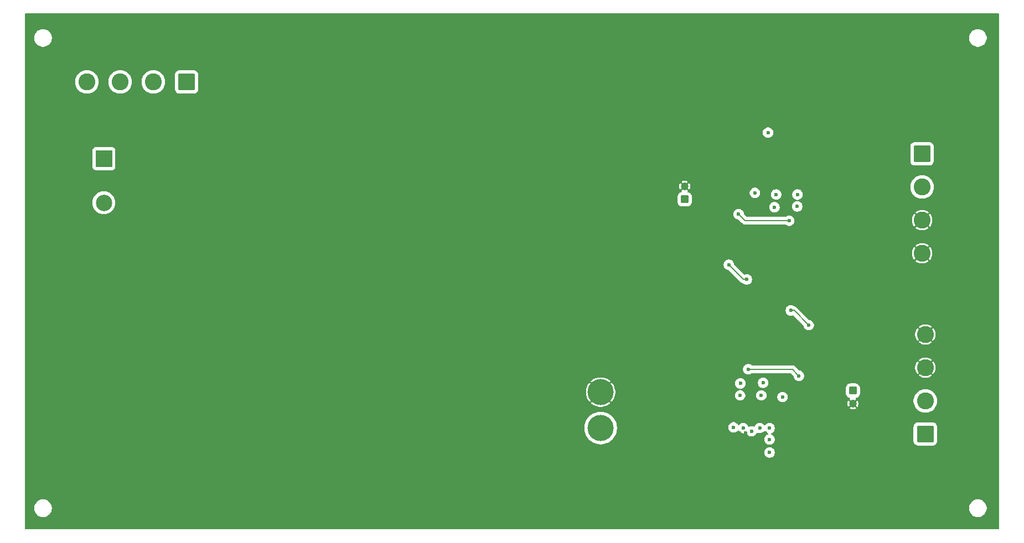
<source format=gbr>
%TF.GenerationSoftware,KiCad,Pcbnew,9.99.0-4546-gb76221958b*%
%TF.CreationDate,2025-12-26T02:09:00+05:30*%
%TF.ProjectId,universal-psu,756e6976-6572-4736-916c-2d7073752e6b,rev?*%
%TF.SameCoordinates,Original*%
%TF.FileFunction,Copper,L4,Bot*%
%TF.FilePolarity,Positive*%
%FSLAX46Y46*%
G04 Gerber Fmt 4.6, Leading zero omitted, Abs format (unit mm)*
G04 Created by KiCad (PCBNEW 9.99.0-4546-gb76221958b) date 2025-12-26 02:09:00*
%MOMM*%
%LPD*%
G01*
G04 APERTURE LIST*
G04 Aperture macros list*
%AMRoundRect*
0 Rectangle with rounded corners*
0 $1 Rounding radius*
0 $2 $3 $4 $5 $6 $7 $8 $9 X,Y pos of 4 corners*
0 Add a 4 corners polygon primitive as box body*
4,1,4,$2,$3,$4,$5,$6,$7,$8,$9,$2,$3,0*
0 Add four circle primitives for the rounded corners*
1,1,$1+$1,$2,$3*
1,1,$1+$1,$4,$5*
1,1,$1+$1,$6,$7*
1,1,$1+$1,$8,$9*
0 Add four rect primitives between the rounded corners*
20,1,$1+$1,$2,$3,$4,$5,0*
20,1,$1+$1,$4,$5,$6,$7,0*
20,1,$1+$1,$6,$7,$8,$9,0*
20,1,$1+$1,$8,$9,$2,$3,0*%
G04 Aperture macros list end*
%TA.AperFunction,ComponentPad*%
%ADD10RoundRect,0.250000X1.050000X-1.050000X1.050000X1.050000X-1.050000X1.050000X-1.050000X-1.050000X0*%
%TD*%
%TA.AperFunction,ComponentPad*%
%ADD11C,2.600000*%
%TD*%
%TA.AperFunction,ComponentPad*%
%ADD12C,4.000000*%
%TD*%
%TA.AperFunction,ComponentPad*%
%ADD13C,2.500000*%
%TD*%
%TA.AperFunction,ComponentPad*%
%ADD14R,2.500000X2.500000*%
%TD*%
%TA.AperFunction,ComponentPad*%
%ADD15RoundRect,0.250000X-1.050000X1.050000X-1.050000X-1.050000X1.050000X-1.050000X1.050000X1.050000X0*%
%TD*%
%TA.AperFunction,ComponentPad*%
%ADD16RoundRect,0.250000X1.050000X1.050000X-1.050000X1.050000X-1.050000X-1.050000X1.050000X-1.050000X0*%
%TD*%
%TA.AperFunction,ComponentPad*%
%ADD17C,1.200000*%
%TD*%
%TA.AperFunction,ComponentPad*%
%ADD18RoundRect,0.250000X0.350000X-0.350000X0.350000X0.350000X-0.350000X0.350000X-0.350000X-0.350000X0*%
%TD*%
%TA.AperFunction,ComponentPad*%
%ADD19RoundRect,0.250000X-0.350000X0.350000X-0.350000X-0.350000X0.350000X-0.350000X0.350000X0.350000X0*%
%TD*%
%TA.AperFunction,ViaPad*%
%ADD20C,0.600000*%
%TD*%
%TA.AperFunction,Conductor*%
%ADD21C,0.200000*%
%TD*%
G04 APERTURE END LIST*
D10*
%TO.P,J3,1,Pin_1_1*%
%TO.N,+5V*%
X151962500Y-80635000D03*
D11*
%TO.P,J3,2,Pin_2_2*%
X151962500Y-75555000D03*
%TO.P,J3,3,Pin_3_3*%
%TO.N,GND*%
X151962500Y-70475000D03*
%TO.P,J3,4,Pin_4_4*%
X151962500Y-65395000D03*
%TD*%
D12*
%TO.P,PS1,4,-Vout_4*%
%TO.N,GND*%
X102300000Y-74225000D03*
%TO.P,PS1,3,+Vout_3*%
%TO.N,+12V*%
X102300000Y-79725000D03*
D13*
%TO.P,PS1,2,AC/N_2*%
%TO.N,AC_In_Neutral*%
X26300000Y-45225000D03*
D14*
%TO.P,PS1,1,AC/L_1*%
%TO.N,AC_In_Live*%
X26300000Y-38475000D03*
%TD*%
D15*
%TO.P,J2,1,Pin_1_1*%
%TO.N,+3V3*%
X151462500Y-37735000D03*
D11*
%TO.P,J2,2,Pin_2_2*%
X151462500Y-42815000D03*
%TO.P,J2,3,Pin_3_3*%
%TO.N,GND*%
X151462500Y-47895000D03*
%TO.P,J2,4,Pin_4_4*%
X151462500Y-52975000D03*
%TD*%
%TO.P,J1,4,Pin_4_4*%
%TO.N,AC_In_Live*%
X23720000Y-26725000D03*
%TO.P,J1,3,Pin_3_3*%
X28800000Y-26725000D03*
%TO.P,J1,2,Pin_2_2*%
%TO.N,AC_In_Neutral*%
X33880000Y-26725000D03*
D16*
%TO.P,J1,1,Pin_1_1*%
X38960000Y-26725000D03*
%TD*%
D17*
%TO.P,C4,2*%
%TO.N,GND*%
X115150000Y-42697599D03*
D18*
%TO.P,C4,1*%
%TO.N,+12V*%
X115150000Y-44697599D03*
%TD*%
D17*
%TO.P,C16,2*%
%TO.N,GND*%
X140875000Y-76002401D03*
D19*
%TO.P,C16,1*%
%TO.N,+12V*%
X140875000Y-74002401D03*
%TD*%
D20*
%TO.N,GND*%
X130600000Y-42300000D03*
X131900000Y-41600000D03*
X131200000Y-41600000D03*
X130500000Y-41600000D03*
X129800000Y-41600000D03*
X129100000Y-41600000D03*
X132400000Y-34300000D03*
X133800000Y-34300000D03*
X133800000Y-35200000D03*
X133100000Y-35200000D03*
X132400000Y-35200000D03*
X132400000Y-36200000D03*
X133100000Y-36200000D03*
X133900000Y-36200000D03*
X133900000Y-36900000D03*
X133100000Y-36900000D03*
X132300000Y-37400000D03*
X131200000Y-37700000D03*
X131800000Y-38000000D03*
X131200000Y-38500000D03*
X130500000Y-39100000D03*
X126500000Y-40500000D03*
X126500000Y-39750000D03*
X127000000Y-39000000D03*
X127250000Y-36500000D03*
X128500000Y-36750000D03*
X129250000Y-37750000D03*
X128500000Y-37750000D03*
X128750000Y-38500000D03*
X125500000Y-76250000D03*
X127000000Y-77000000D03*
X126000000Y-77000000D03*
X125000000Y-77000000D03*
X124000000Y-77000000D03*
X122750000Y-83500000D03*
X123250000Y-83000000D03*
X122250000Y-83000000D03*
X123250000Y-82000000D03*
X122250000Y-82000000D03*
X123000000Y-81250000D03*
X126750000Y-80750000D03*
X127500000Y-80500000D03*
X124000000Y-81250000D03*
X124500000Y-80500000D03*
X123500000Y-80500000D03*
X141000000Y-39250000D03*
X133000000Y-86500000D03*
%TO.N,+5V*%
X128125000Y-79750000D03*
X126625000Y-79725000D03*
X124125000Y-79725000D03*
X122625000Y-79625000D03*
%TO.N,GND*%
X137462500Y-50225000D03*
X121400000Y-45062500D03*
X118962500Y-71975000D03*
X119650000Y-45062500D03*
X114987500Y-50225000D03*
X118675000Y-50975000D03*
X138962500Y-65975000D03*
%TO.N,/DC_DC_Converter_5V/Enable*%
X123664636Y-72897764D03*
X127144587Y-72790445D03*
%TO.N,+12V*%
X126875000Y-74725000D03*
%TO.N,+5V*%
X131375000Y-61725000D03*
%TO.N,+12V*%
X123625000Y-74725000D03*
X130125000Y-74975000D03*
%TO.N,+5V*%
X134125000Y-63975000D03*
X128125000Y-81475000D03*
X128125000Y-83475000D03*
%TO.N,/DC_DC_Converter_5V/RT*%
X132625000Y-71725000D03*
X124875000Y-70725000D03*
%TO.N,+5V*%
X125375000Y-80225000D03*
%TO.N,/DC_DC_Converter_3v3/Enable*%
X132360364Y-45802236D03*
X128880413Y-45909555D03*
%TO.N,+12V*%
X132400000Y-43975000D03*
X129150000Y-43975000D03*
X125900000Y-43725000D03*
%TO.N,+3V3*%
X124650000Y-56975000D03*
X121900000Y-54725000D03*
X127900000Y-34500000D03*
%TO.N,/DC_DC_Converter_3v3/RT*%
X123400000Y-46975000D03*
X131150000Y-47975000D03*
%TD*%
%TO.N,+5V*%
D21*
X131875000Y-61725000D02*
X131375000Y-61725000D01*
%TO.N,/DC_DC_Converter_5V/RT*%
X131625000Y-70725000D02*
X132375000Y-71475000D01*
X132375000Y-71475000D02*
X132625000Y-71725000D01*
%TO.N,+5V*%
X134125000Y-63975000D02*
X131875000Y-61725000D01*
%TO.N,/DC_DC_Converter_5V/RT*%
X124875000Y-70725000D02*
X131625000Y-70725000D01*
%TO.N,+3V3*%
X124150000Y-56975000D02*
X124650000Y-56975000D01*
X121900000Y-54725000D02*
X124150000Y-56975000D01*
%TO.N,/DC_DC_Converter_3v3/RT*%
X123650000Y-47225000D02*
X123400000Y-46975000D01*
X124400000Y-47975000D02*
X123650000Y-47225000D01*
X131150000Y-47975000D02*
X124400000Y-47975000D01*
%TD*%
%TA.AperFunction,Conductor*%
%TO.N,GND*%
G36*
X163192538Y-16270185D02*
G01*
X163238293Y-16322989D01*
X163249499Y-16374500D01*
X163249499Y-95125499D01*
X163229814Y-95192538D01*
X163177010Y-95238293D01*
X163125499Y-95249499D01*
X14374500Y-95249499D01*
X14307461Y-95229814D01*
X14261706Y-95177010D01*
X14250500Y-95125499D01*
X14250500Y-91893713D01*
X15649500Y-91893713D01*
X15649500Y-92106286D01*
X15682753Y-92316239D01*
X15748444Y-92518414D01*
X15844951Y-92707820D01*
X15969890Y-92879786D01*
X16120213Y-93030109D01*
X16292179Y-93155048D01*
X16292181Y-93155049D01*
X16292184Y-93155051D01*
X16481588Y-93251557D01*
X16683757Y-93317246D01*
X16893713Y-93350500D01*
X16893714Y-93350500D01*
X17106286Y-93350500D01*
X17106287Y-93350500D01*
X17316243Y-93317246D01*
X17518412Y-93251557D01*
X17707816Y-93155051D01*
X17729789Y-93139086D01*
X17879786Y-93030109D01*
X17879788Y-93030106D01*
X17879792Y-93030104D01*
X18030104Y-92879792D01*
X18030106Y-92879788D01*
X18030109Y-92879786D01*
X18155048Y-92707820D01*
X18155047Y-92707820D01*
X18155051Y-92707816D01*
X18251557Y-92518412D01*
X18317246Y-92316243D01*
X18350500Y-92106287D01*
X18350500Y-91893713D01*
X158649500Y-91893713D01*
X158649500Y-92106286D01*
X158682753Y-92316239D01*
X158748444Y-92518414D01*
X158844951Y-92707820D01*
X158969890Y-92879786D01*
X159120213Y-93030109D01*
X159292179Y-93155048D01*
X159292181Y-93155049D01*
X159292184Y-93155051D01*
X159481588Y-93251557D01*
X159683757Y-93317246D01*
X159893713Y-93350500D01*
X159893714Y-93350500D01*
X160106286Y-93350500D01*
X160106287Y-93350500D01*
X160316243Y-93317246D01*
X160518412Y-93251557D01*
X160707816Y-93155051D01*
X160729789Y-93139086D01*
X160879786Y-93030109D01*
X160879788Y-93030106D01*
X160879792Y-93030104D01*
X161030104Y-92879792D01*
X161030106Y-92879788D01*
X161030109Y-92879786D01*
X161155048Y-92707820D01*
X161155047Y-92707820D01*
X161155051Y-92707816D01*
X161251557Y-92518412D01*
X161317246Y-92316243D01*
X161350500Y-92106287D01*
X161350500Y-91893713D01*
X161317246Y-91683757D01*
X161251557Y-91481588D01*
X161155051Y-91292184D01*
X161155049Y-91292181D01*
X161155048Y-91292179D01*
X161030109Y-91120213D01*
X160879786Y-90969890D01*
X160707820Y-90844951D01*
X160518414Y-90748444D01*
X160518413Y-90748443D01*
X160518412Y-90748443D01*
X160316243Y-90682754D01*
X160316241Y-90682753D01*
X160316240Y-90682753D01*
X160154957Y-90657208D01*
X160106287Y-90649500D01*
X159893713Y-90649500D01*
X159845042Y-90657208D01*
X159683760Y-90682753D01*
X159481585Y-90748444D01*
X159292179Y-90844951D01*
X159120213Y-90969890D01*
X158969890Y-91120213D01*
X158844951Y-91292179D01*
X158748444Y-91481585D01*
X158682753Y-91683760D01*
X158649500Y-91893713D01*
X18350500Y-91893713D01*
X18317246Y-91683757D01*
X18251557Y-91481588D01*
X18155051Y-91292184D01*
X18155049Y-91292181D01*
X18155048Y-91292179D01*
X18030109Y-91120213D01*
X17879786Y-90969890D01*
X17707820Y-90844951D01*
X17518414Y-90748444D01*
X17518413Y-90748443D01*
X17518412Y-90748443D01*
X17316243Y-90682754D01*
X17316241Y-90682753D01*
X17316240Y-90682753D01*
X17154957Y-90657208D01*
X17106287Y-90649500D01*
X16893713Y-90649500D01*
X16845042Y-90657208D01*
X16683760Y-90682753D01*
X16481585Y-90748444D01*
X16292179Y-90844951D01*
X16120213Y-90969890D01*
X15969890Y-91120213D01*
X15844951Y-91292179D01*
X15748444Y-91481585D01*
X15682753Y-91683760D01*
X15649500Y-91893713D01*
X14250500Y-91893713D01*
X14250500Y-83396153D01*
X127324500Y-83396153D01*
X127324500Y-83553846D01*
X127355261Y-83708489D01*
X127355264Y-83708501D01*
X127415602Y-83854172D01*
X127415609Y-83854185D01*
X127503210Y-83985288D01*
X127503213Y-83985292D01*
X127614707Y-84096786D01*
X127614711Y-84096789D01*
X127745814Y-84184390D01*
X127745827Y-84184397D01*
X127891498Y-84244735D01*
X127891503Y-84244737D01*
X128046153Y-84275499D01*
X128046156Y-84275500D01*
X128046158Y-84275500D01*
X128203844Y-84275500D01*
X128203845Y-84275499D01*
X128358497Y-84244737D01*
X128504179Y-84184394D01*
X128635289Y-84096789D01*
X128746789Y-83985289D01*
X128834394Y-83854179D01*
X128894737Y-83708497D01*
X128925500Y-83553842D01*
X128925500Y-83396158D01*
X128925500Y-83396155D01*
X128925499Y-83396153D01*
X128894738Y-83241510D01*
X128894737Y-83241503D01*
X128894735Y-83241498D01*
X128834397Y-83095827D01*
X128834390Y-83095814D01*
X128746789Y-82964711D01*
X128746786Y-82964707D01*
X128635292Y-82853213D01*
X128635288Y-82853210D01*
X128504185Y-82765609D01*
X128504172Y-82765602D01*
X128358501Y-82705264D01*
X128358489Y-82705261D01*
X128203845Y-82674500D01*
X128203842Y-82674500D01*
X128046158Y-82674500D01*
X128046155Y-82674500D01*
X127891510Y-82705261D01*
X127891498Y-82705264D01*
X127745827Y-82765602D01*
X127745814Y-82765609D01*
X127614711Y-82853210D01*
X127614707Y-82853213D01*
X127503213Y-82964707D01*
X127503210Y-82964711D01*
X127415609Y-83095814D01*
X127415602Y-83095827D01*
X127355264Y-83241498D01*
X127355261Y-83241510D01*
X127324500Y-83396153D01*
X14250500Y-83396153D01*
X14250500Y-79584568D01*
X99799500Y-79584568D01*
X99799500Y-79865431D01*
X99830942Y-80144494D01*
X99830945Y-80144512D01*
X99893439Y-80418317D01*
X99893443Y-80418329D01*
X99986200Y-80683411D01*
X100108053Y-80936442D01*
X100108055Y-80936445D01*
X100257477Y-81174248D01*
X100432584Y-81393825D01*
X100631175Y-81592416D01*
X100850752Y-81767523D01*
X101088555Y-81916945D01*
X101341592Y-82038801D01*
X101507304Y-82096786D01*
X101606670Y-82131556D01*
X101606682Y-82131560D01*
X101880491Y-82194055D01*
X101880497Y-82194055D01*
X101880505Y-82194057D01*
X102066547Y-82215018D01*
X102159569Y-82225499D01*
X102159572Y-82225500D01*
X102159575Y-82225500D01*
X102440428Y-82225500D01*
X102440429Y-82225499D01*
X102583055Y-82209429D01*
X102719494Y-82194057D01*
X102719499Y-82194056D01*
X102719509Y-82194055D01*
X102993318Y-82131560D01*
X103258408Y-82038801D01*
X103511445Y-81916945D01*
X103749248Y-81767523D01*
X103968825Y-81592416D01*
X104167416Y-81393825D01*
X104342523Y-81174248D01*
X104491945Y-80936445D01*
X104613801Y-80683408D01*
X104706560Y-80418318D01*
X104769055Y-80144509D01*
X104770094Y-80135292D01*
X104800499Y-79865431D01*
X104800500Y-79865427D01*
X104800500Y-79584572D01*
X104800499Y-79584568D01*
X104797050Y-79553949D01*
X104796172Y-79546153D01*
X121824500Y-79546153D01*
X121824500Y-79703846D01*
X121855261Y-79858489D01*
X121855264Y-79858501D01*
X121915602Y-80004172D01*
X121915609Y-80004185D01*
X122003210Y-80135288D01*
X122003213Y-80135292D01*
X122114707Y-80246786D01*
X122114711Y-80246789D01*
X122245814Y-80334390D01*
X122245827Y-80334397D01*
X122391498Y-80394735D01*
X122391503Y-80394737D01*
X122546153Y-80425499D01*
X122546156Y-80425500D01*
X122546158Y-80425500D01*
X122703844Y-80425500D01*
X122703845Y-80425499D01*
X122858497Y-80394737D01*
X123004179Y-80334394D01*
X123135289Y-80246789D01*
X123171868Y-80210210D01*
X123251097Y-80130982D01*
X123252414Y-80132299D01*
X123302949Y-80097859D01*
X123372793Y-80095970D01*
X123432571Y-80132142D01*
X123444189Y-80146957D01*
X123503210Y-80235288D01*
X123503213Y-80235292D01*
X123614707Y-80346786D01*
X123614711Y-80346789D01*
X123745814Y-80434390D01*
X123745827Y-80434397D01*
X123891498Y-80494735D01*
X123891503Y-80494737D01*
X124017186Y-80519737D01*
X124046153Y-80525499D01*
X124046156Y-80525500D01*
X124046158Y-80525500D01*
X124203844Y-80525500D01*
X124203845Y-80525499D01*
X124358497Y-80494737D01*
X124445989Y-80458497D01*
X124467377Y-80449638D01*
X124536846Y-80442169D01*
X124599325Y-80473444D01*
X124629390Y-80516746D01*
X124665604Y-80604176D01*
X124665609Y-80604185D01*
X124753210Y-80735288D01*
X124753213Y-80735292D01*
X124864707Y-80846786D01*
X124864711Y-80846789D01*
X124995814Y-80934390D01*
X124995827Y-80934397D01*
X125069013Y-80964711D01*
X125141503Y-80994737D01*
X125296153Y-81025499D01*
X125296156Y-81025500D01*
X125296158Y-81025500D01*
X125453844Y-81025500D01*
X125453845Y-81025499D01*
X125608497Y-80994737D01*
X125721166Y-80948067D01*
X125754172Y-80934397D01*
X125754172Y-80934396D01*
X125754179Y-80934394D01*
X125885289Y-80846789D01*
X125996789Y-80735289D01*
X126084394Y-80604179D01*
X126120610Y-80516743D01*
X126164449Y-80462344D01*
X126230743Y-80440278D01*
X126282622Y-80449638D01*
X126391498Y-80494735D01*
X126391503Y-80494737D01*
X126517186Y-80519737D01*
X126546153Y-80525499D01*
X126546156Y-80525500D01*
X126546158Y-80525500D01*
X126703844Y-80525500D01*
X126703845Y-80525499D01*
X126858497Y-80494737D01*
X127004179Y-80434394D01*
X127135289Y-80346789D01*
X127246789Y-80235289D01*
X127263545Y-80210210D01*
X127317155Y-80165407D01*
X127386479Y-80156698D01*
X127449508Y-80186852D01*
X127469749Y-80210210D01*
X127503213Y-80260292D01*
X127614707Y-80371786D01*
X127614711Y-80371789D01*
X127745814Y-80459390D01*
X127745827Y-80459397D01*
X127838876Y-80497939D01*
X127893280Y-80541780D01*
X127915345Y-80608074D01*
X127898066Y-80675773D01*
X127846929Y-80723384D01*
X127838876Y-80727061D01*
X127745827Y-80765602D01*
X127745814Y-80765609D01*
X127614711Y-80853210D01*
X127614707Y-80853213D01*
X127503213Y-80964707D01*
X127503210Y-80964711D01*
X127415609Y-81095814D01*
X127415602Y-81095827D01*
X127355264Y-81241498D01*
X127355261Y-81241510D01*
X127324500Y-81396153D01*
X127324500Y-81553846D01*
X127355261Y-81708489D01*
X127355264Y-81708501D01*
X127415602Y-81854172D01*
X127415609Y-81854185D01*
X127503210Y-81985288D01*
X127503213Y-81985292D01*
X127614707Y-82096786D01*
X127614711Y-82096789D01*
X127745814Y-82184390D01*
X127745827Y-82184397D01*
X127845060Y-82225500D01*
X127891503Y-82244737D01*
X128046153Y-82275499D01*
X128046156Y-82275500D01*
X128046158Y-82275500D01*
X128203844Y-82275500D01*
X128203845Y-82275499D01*
X128358497Y-82244737D01*
X128504179Y-82184394D01*
X128635289Y-82096789D01*
X128746789Y-81985289D01*
X128834394Y-81854179D01*
X128894737Y-81708497D01*
X128925500Y-81553842D01*
X128925500Y-81396158D01*
X128925500Y-81396155D01*
X128925499Y-81396153D01*
X128894738Y-81241510D01*
X128894737Y-81241503D01*
X128894735Y-81241498D01*
X128834397Y-81095827D01*
X128834390Y-81095814D01*
X128746789Y-80964711D01*
X128746786Y-80964707D01*
X128635292Y-80853213D01*
X128635288Y-80853210D01*
X128504185Y-80765609D01*
X128504172Y-80765602D01*
X128411123Y-80727061D01*
X128356719Y-80683221D01*
X128334654Y-80616927D01*
X128351933Y-80549227D01*
X128403070Y-80501616D01*
X128411123Y-80497939D01*
X128504172Y-80459397D01*
X128504172Y-80459396D01*
X128504179Y-80459394D01*
X128635289Y-80371789D01*
X128746789Y-80260289D01*
X128834394Y-80129179D01*
X128894737Y-79983497D01*
X128925500Y-79828842D01*
X128925500Y-79671158D01*
X128925500Y-79671155D01*
X128902599Y-79556026D01*
X128902599Y-79556025D01*
X128898413Y-79534983D01*
X150162000Y-79534983D01*
X150162000Y-81735001D01*
X150162001Y-81735018D01*
X150172500Y-81837796D01*
X150172501Y-81837799D01*
X150177927Y-81854172D01*
X150227686Y-82004334D01*
X150319788Y-82153656D01*
X150443844Y-82277712D01*
X150593166Y-82369814D01*
X150759703Y-82424999D01*
X150862491Y-82435500D01*
X153062508Y-82435499D01*
X153165297Y-82424999D01*
X153331834Y-82369814D01*
X153481156Y-82277712D01*
X153605212Y-82153656D01*
X153697314Y-82004334D01*
X153752499Y-81837797D01*
X153763000Y-81735009D01*
X153762999Y-79534992D01*
X153760224Y-79507831D01*
X153752499Y-79432203D01*
X153752498Y-79432200D01*
X153740064Y-79394678D01*
X153697314Y-79265666D01*
X153605212Y-79116344D01*
X153481156Y-78992288D01*
X153356834Y-78915606D01*
X153331836Y-78900187D01*
X153331831Y-78900185D01*
X153330362Y-78899698D01*
X153165297Y-78845001D01*
X153165295Y-78845000D01*
X153062510Y-78834500D01*
X150862498Y-78834500D01*
X150862481Y-78834501D01*
X150759703Y-78845000D01*
X150759700Y-78845001D01*
X150593168Y-78900185D01*
X150593163Y-78900187D01*
X150443842Y-78992289D01*
X150319789Y-79116342D01*
X150227687Y-79265663D01*
X150227685Y-79265668D01*
X150213130Y-79309594D01*
X150172501Y-79432203D01*
X150172501Y-79432204D01*
X150172500Y-79432204D01*
X150162000Y-79534983D01*
X128898413Y-79534983D01*
X128894738Y-79516510D01*
X128894737Y-79516503D01*
X128894735Y-79516498D01*
X128834397Y-79370827D01*
X128834390Y-79370814D01*
X128746789Y-79239711D01*
X128746786Y-79239707D01*
X128635292Y-79128213D01*
X128635288Y-79128210D01*
X128504185Y-79040609D01*
X128504172Y-79040602D01*
X128358501Y-78980264D01*
X128358489Y-78980261D01*
X128203845Y-78949500D01*
X128203842Y-78949500D01*
X128046158Y-78949500D01*
X128046155Y-78949500D01*
X127891510Y-78980261D01*
X127891498Y-78980264D01*
X127745827Y-79040602D01*
X127745814Y-79040609D01*
X127614711Y-79128210D01*
X127614707Y-79128213D01*
X127503211Y-79239709D01*
X127486453Y-79264790D01*
X127432840Y-79309594D01*
X127363515Y-79318300D01*
X127300488Y-79288144D01*
X127280250Y-79264788D01*
X127246789Y-79214711D01*
X127246786Y-79214707D01*
X127135292Y-79103213D01*
X127135288Y-79103210D01*
X127004185Y-79015609D01*
X127004172Y-79015602D01*
X126858501Y-78955264D01*
X126858489Y-78955261D01*
X126703845Y-78924500D01*
X126703842Y-78924500D01*
X126546158Y-78924500D01*
X126546155Y-78924500D01*
X126391510Y-78955261D01*
X126391498Y-78955264D01*
X126245827Y-79015602D01*
X126245814Y-79015609D01*
X126114711Y-79103210D01*
X126114707Y-79103213D01*
X126003213Y-79214707D01*
X126003210Y-79214711D01*
X125915609Y-79345814D01*
X125915604Y-79345823D01*
X125879390Y-79433254D01*
X125835549Y-79487657D01*
X125769255Y-79509722D01*
X125717377Y-79500362D01*
X125608501Y-79455264D01*
X125608489Y-79455261D01*
X125453845Y-79424500D01*
X125453842Y-79424500D01*
X125296158Y-79424500D01*
X125296155Y-79424500D01*
X125141510Y-79455261D01*
X125141498Y-79455264D01*
X125032622Y-79500362D01*
X124963153Y-79507831D01*
X124900674Y-79476555D01*
X124870611Y-79433257D01*
X124834394Y-79345821D01*
X124834392Y-79345818D01*
X124834390Y-79345814D01*
X124746789Y-79214711D01*
X124746786Y-79214707D01*
X124635292Y-79103213D01*
X124635288Y-79103210D01*
X124504185Y-79015609D01*
X124504172Y-79015602D01*
X124358501Y-78955264D01*
X124358489Y-78955261D01*
X124203845Y-78924500D01*
X124203842Y-78924500D01*
X124046158Y-78924500D01*
X124046155Y-78924500D01*
X123891510Y-78955261D01*
X123891498Y-78955264D01*
X123745827Y-79015602D01*
X123745814Y-79015609D01*
X123614711Y-79103210D01*
X123614707Y-79103213D01*
X123498903Y-79219018D01*
X123497591Y-79217706D01*
X123447004Y-79252155D01*
X123377159Y-79254017D01*
X123317396Y-79217822D01*
X123305810Y-79203042D01*
X123246789Y-79114710D01*
X123135292Y-79003213D01*
X123135288Y-79003210D01*
X123004185Y-78915609D01*
X123004172Y-78915602D01*
X122858501Y-78855264D01*
X122858489Y-78855261D01*
X122703845Y-78824500D01*
X122703842Y-78824500D01*
X122546158Y-78824500D01*
X122546155Y-78824500D01*
X122391510Y-78855261D01*
X122391498Y-78855264D01*
X122245827Y-78915602D01*
X122245814Y-78915609D01*
X122114711Y-79003210D01*
X122114707Y-79003213D01*
X122003213Y-79114707D01*
X122003210Y-79114711D01*
X121915609Y-79245814D01*
X121915602Y-79245827D01*
X121855264Y-79391498D01*
X121855261Y-79391510D01*
X121824500Y-79546153D01*
X104796172Y-79546153D01*
X104778442Y-79388810D01*
X104769055Y-79305491D01*
X104706560Y-79031682D01*
X104700933Y-79015602D01*
X104660548Y-78900187D01*
X104613801Y-78766592D01*
X104491945Y-78513555D01*
X104342523Y-78275752D01*
X104167416Y-78056175D01*
X103968825Y-77857584D01*
X103749248Y-77682477D01*
X103511445Y-77533055D01*
X103511442Y-77533053D01*
X103258411Y-77411200D01*
X102993329Y-77318443D01*
X102993317Y-77318439D01*
X102719512Y-77255945D01*
X102719494Y-77255942D01*
X102440431Y-77224500D01*
X102440425Y-77224500D01*
X102159575Y-77224500D01*
X102159568Y-77224500D01*
X101880505Y-77255942D01*
X101880487Y-77255945D01*
X101606682Y-77318439D01*
X101606670Y-77318443D01*
X101341588Y-77411200D01*
X101088557Y-77533053D01*
X100850753Y-77682476D01*
X100631175Y-77857583D01*
X100432583Y-78056175D01*
X100257476Y-78275753D01*
X100108053Y-78513557D01*
X99986200Y-78766588D01*
X99893443Y-79031670D01*
X99893439Y-79031682D01*
X99830945Y-79305487D01*
X99830942Y-79305505D01*
X99799500Y-79584568D01*
X14250500Y-79584568D01*
X14250500Y-74077533D01*
X100050000Y-74077533D01*
X100050000Y-74372466D01*
X100050001Y-74372483D01*
X100088496Y-74664884D01*
X100088499Y-74664897D01*
X100164835Y-74949790D01*
X100164838Y-74949800D01*
X100277704Y-75222281D01*
X100277709Y-75222292D01*
X100425174Y-75477707D01*
X100425185Y-75477723D01*
X100604729Y-75711709D01*
X100604734Y-75711715D01*
X100620621Y-75727602D01*
X100620622Y-75727602D01*
X101438098Y-74910125D01*
X101460967Y-74941602D01*
X101583398Y-75064033D01*
X101614874Y-75086901D01*
X100797398Y-75904378D01*
X100813284Y-75920265D01*
X100813290Y-75920270D01*
X101047276Y-76099814D01*
X101047292Y-76099825D01*
X101302707Y-76247290D01*
X101302718Y-76247295D01*
X101575199Y-76360161D01*
X101575209Y-76360164D01*
X101860102Y-76436500D01*
X101860115Y-76436503D01*
X102152516Y-76474998D01*
X102152534Y-76475000D01*
X102447466Y-76475000D01*
X102447483Y-76474998D01*
X102739884Y-76436503D01*
X102739897Y-76436500D01*
X103024790Y-76360164D01*
X103024800Y-76360161D01*
X103297281Y-76247295D01*
X103297292Y-76247290D01*
X103552707Y-76099825D01*
X103552723Y-76099814D01*
X103786709Y-75920270D01*
X103786715Y-75920265D01*
X103802602Y-75904378D01*
X102985125Y-75086901D01*
X103016602Y-75064033D01*
X103139033Y-74941602D01*
X103161901Y-74910125D01*
X103979378Y-75727602D01*
X103979379Y-75727602D01*
X103995265Y-75711715D01*
X103995270Y-75711709D01*
X104174814Y-75477723D01*
X104174825Y-75477707D01*
X104322290Y-75222292D01*
X104322295Y-75222281D01*
X104435161Y-74949800D01*
X104435164Y-74949790D01*
X104511500Y-74664897D01*
X104511502Y-74664887D01*
X104513969Y-74646153D01*
X122824500Y-74646153D01*
X122824500Y-74803846D01*
X122855261Y-74958489D01*
X122855264Y-74958501D01*
X122915602Y-75104172D01*
X122915609Y-75104185D01*
X123003210Y-75235288D01*
X123003213Y-75235292D01*
X123114707Y-75346786D01*
X123114711Y-75346789D01*
X123245814Y-75434390D01*
X123245827Y-75434397D01*
X123391498Y-75494735D01*
X123391503Y-75494737D01*
X123546153Y-75525499D01*
X123546156Y-75525500D01*
X123546158Y-75525500D01*
X123703844Y-75525500D01*
X123703845Y-75525499D01*
X123858497Y-75494737D01*
X124004179Y-75434394D01*
X124135289Y-75346789D01*
X124246789Y-75235289D01*
X124334394Y-75104179D01*
X124394737Y-74958497D01*
X124425500Y-74803842D01*
X124425500Y-74646158D01*
X124425500Y-74646155D01*
X124425499Y-74646153D01*
X126074500Y-74646153D01*
X126074500Y-74803846D01*
X126105261Y-74958489D01*
X126105264Y-74958501D01*
X126165602Y-75104172D01*
X126165609Y-75104185D01*
X126253210Y-75235288D01*
X126253213Y-75235292D01*
X126364707Y-75346786D01*
X126364711Y-75346789D01*
X126495814Y-75434390D01*
X126495827Y-75434397D01*
X126641498Y-75494735D01*
X126641503Y-75494737D01*
X126796153Y-75525499D01*
X126796156Y-75525500D01*
X126796158Y-75525500D01*
X126953844Y-75525500D01*
X126953845Y-75525499D01*
X127108497Y-75494737D01*
X127254179Y-75434394D01*
X127385289Y-75346789D01*
X127496789Y-75235289D01*
X127584394Y-75104179D01*
X127644737Y-74958497D01*
X127657138Y-74896153D01*
X129324500Y-74896153D01*
X129324500Y-75053846D01*
X129355261Y-75208489D01*
X129355264Y-75208501D01*
X129415602Y-75354172D01*
X129415609Y-75354185D01*
X129503210Y-75485288D01*
X129503213Y-75485292D01*
X129614707Y-75596786D01*
X129614711Y-75596789D01*
X129745814Y-75684390D01*
X129745827Y-75684397D01*
X129850135Y-75727602D01*
X129891503Y-75744737D01*
X130046153Y-75775499D01*
X130046156Y-75775500D01*
X130046158Y-75775500D01*
X130203844Y-75775500D01*
X130203845Y-75775499D01*
X130358497Y-75744737D01*
X130504179Y-75684394D01*
X130635289Y-75596789D01*
X130746789Y-75485289D01*
X130834394Y-75354179D01*
X130894737Y-75208497D01*
X130925500Y-75053842D01*
X130925500Y-74896158D01*
X130925500Y-74896155D01*
X130925499Y-74896153D01*
X130919476Y-74865874D01*
X130894737Y-74741503D01*
X130865839Y-74671737D01*
X130834397Y-74595827D01*
X130834390Y-74595814D01*
X130746789Y-74464711D01*
X130746786Y-74464707D01*
X130635292Y-74353213D01*
X130635288Y-74353210D01*
X130504185Y-74265609D01*
X130504172Y-74265602D01*
X130358501Y-74205264D01*
X130358489Y-74205261D01*
X130203845Y-74174500D01*
X130203842Y-74174500D01*
X130046158Y-74174500D01*
X130046155Y-74174500D01*
X129891510Y-74205261D01*
X129891498Y-74205264D01*
X129745827Y-74265602D01*
X129745814Y-74265609D01*
X129614711Y-74353210D01*
X129614707Y-74353213D01*
X129503213Y-74464707D01*
X129503210Y-74464711D01*
X129415609Y-74595814D01*
X129415602Y-74595827D01*
X129355264Y-74741498D01*
X129355261Y-74741510D01*
X129324500Y-74896153D01*
X127657138Y-74896153D01*
X127672076Y-74821057D01*
X127675500Y-74803844D01*
X127675500Y-74646155D01*
X127675499Y-74646153D01*
X127656879Y-74552545D01*
X127644737Y-74491503D01*
X127641043Y-74482584D01*
X127584397Y-74345827D01*
X127584390Y-74345814D01*
X127496789Y-74214711D01*
X127496786Y-74214707D01*
X127385292Y-74103213D01*
X127385288Y-74103210D01*
X127254185Y-74015609D01*
X127254172Y-74015602D01*
X127108501Y-73955264D01*
X127108489Y-73955261D01*
X126953845Y-73924500D01*
X126953842Y-73924500D01*
X126796158Y-73924500D01*
X126796155Y-73924500D01*
X126641510Y-73955261D01*
X126641498Y-73955264D01*
X126495827Y-74015602D01*
X126495814Y-74015609D01*
X126364711Y-74103210D01*
X126364707Y-74103213D01*
X126253213Y-74214707D01*
X126253210Y-74214711D01*
X126165609Y-74345814D01*
X126165602Y-74345827D01*
X126105264Y-74491498D01*
X126105261Y-74491510D01*
X126074500Y-74646153D01*
X124425499Y-74646153D01*
X124406879Y-74552545D01*
X124394737Y-74491503D01*
X124391043Y-74482584D01*
X124334397Y-74345827D01*
X124334390Y-74345814D01*
X124246789Y-74214711D01*
X124246786Y-74214707D01*
X124135292Y-74103213D01*
X124135288Y-74103210D01*
X124004185Y-74015609D01*
X124004172Y-74015602D01*
X123858501Y-73955264D01*
X123858491Y-73955261D01*
X123766389Y-73936941D01*
X123704479Y-73904556D01*
X123669904Y-73843840D01*
X123673644Y-73774071D01*
X123714511Y-73717399D01*
X123766390Y-73693707D01*
X123827455Y-73681559D01*
X123898133Y-73667501D01*
X124043815Y-73607158D01*
X124050960Y-73602384D01*
X139774500Y-73602384D01*
X139774500Y-74402402D01*
X139774501Y-74402420D01*
X139785000Y-74505197D01*
X139785001Y-74505200D01*
X139832073Y-74647253D01*
X139840186Y-74671735D01*
X139932288Y-74821057D01*
X140056344Y-74945113D01*
X140205666Y-75037215D01*
X140355090Y-75086729D01*
X140412535Y-75126502D01*
X140439358Y-75191018D01*
X140427043Y-75259793D01*
X140384977Y-75307537D01*
X140368154Y-75318777D01*
X140368154Y-75318778D01*
X140769470Y-75720094D01*
X140759204Y-75722845D01*
X140690795Y-75762341D01*
X140634940Y-75818196D01*
X140595444Y-75886605D01*
X140592693Y-75896871D01*
X140191377Y-75495555D01*
X140191376Y-75495555D01*
X140121739Y-75599776D01*
X140057665Y-75754464D01*
X140057663Y-75754472D01*
X140025000Y-75918678D01*
X140025000Y-76086123D01*
X140057663Y-76250329D01*
X140057665Y-76250337D01*
X140121738Y-76405024D01*
X140121743Y-76405032D01*
X140191377Y-76509245D01*
X140592693Y-76107930D01*
X140595444Y-76118197D01*
X140634940Y-76186606D01*
X140690795Y-76242461D01*
X140759204Y-76281957D01*
X140769469Y-76284707D01*
X140368153Y-76686023D01*
X140472376Y-76755662D01*
X140627063Y-76819735D01*
X140627071Y-76819737D01*
X140791277Y-76852400D01*
X140791280Y-76852401D01*
X140958720Y-76852401D01*
X140958722Y-76852400D01*
X141122928Y-76819737D01*
X141122936Y-76819735D01*
X141277623Y-76755662D01*
X141381845Y-76686023D01*
X141381845Y-76686022D01*
X140980531Y-76284707D01*
X140990796Y-76281957D01*
X141059205Y-76242461D01*
X141115060Y-76186606D01*
X141154556Y-76118197D01*
X141157306Y-76107931D01*
X141558621Y-76509246D01*
X141558622Y-76509246D01*
X141628261Y-76405024D01*
X141692334Y-76250337D01*
X141692336Y-76250329D01*
X141724999Y-76086123D01*
X141725000Y-76086121D01*
X141725000Y-75918680D01*
X141724999Y-75918678D01*
X141692336Y-75754472D01*
X141692334Y-75754464D01*
X141628261Y-75599777D01*
X141562809Y-75501821D01*
X141558622Y-75495554D01*
X141157306Y-75896870D01*
X141154556Y-75886605D01*
X141115060Y-75818196D01*
X141059205Y-75762341D01*
X140990796Y-75722845D01*
X140980530Y-75720094D01*
X141263628Y-75436995D01*
X150162000Y-75436995D01*
X150162000Y-75673004D01*
X150162001Y-75673020D01*
X150192806Y-75907010D01*
X150253894Y-76134993D01*
X150344214Y-76353045D01*
X150344219Y-76353056D01*
X150374228Y-76405032D01*
X150462227Y-76557450D01*
X150462229Y-76557453D01*
X150462230Y-76557454D01*
X150605906Y-76744697D01*
X150605912Y-76744704D01*
X150772795Y-76911587D01*
X150772801Y-76911592D01*
X150960050Y-77055273D01*
X151091418Y-77131118D01*
X151164443Y-77173280D01*
X151164448Y-77173282D01*
X151164451Y-77173284D01*
X151382507Y-77263606D01*
X151610486Y-77324693D01*
X151844489Y-77355500D01*
X151844496Y-77355500D01*
X152080504Y-77355500D01*
X152080511Y-77355500D01*
X152314514Y-77324693D01*
X152542493Y-77263606D01*
X152760549Y-77173284D01*
X152964950Y-77055273D01*
X153152199Y-76911592D01*
X153319092Y-76744699D01*
X153462773Y-76557450D01*
X153580784Y-76353049D01*
X153671106Y-76134993D01*
X153732193Y-75907014D01*
X153763000Y-75673011D01*
X153763000Y-75436989D01*
X153732193Y-75202986D01*
X153671106Y-74975007D01*
X153580784Y-74756951D01*
X153580782Y-74756948D01*
X153580780Y-74756943D01*
X153531586Y-74671737D01*
X153462773Y-74552550D01*
X153395369Y-74464707D01*
X153319093Y-74365302D01*
X153319087Y-74365295D01*
X153152204Y-74198412D01*
X153152197Y-74198406D01*
X152964954Y-74054730D01*
X152964953Y-74054729D01*
X152964950Y-74054727D01*
X152883457Y-74007677D01*
X152760556Y-73936719D01*
X152760545Y-73936714D01*
X152542493Y-73846394D01*
X152314510Y-73785306D01*
X152080520Y-73754501D01*
X152080517Y-73754500D01*
X152080511Y-73754500D01*
X151844489Y-73754500D01*
X151844483Y-73754500D01*
X151844479Y-73754501D01*
X151610489Y-73785306D01*
X151382506Y-73846394D01*
X151164454Y-73936714D01*
X151164443Y-73936719D01*
X150960045Y-74054730D01*
X150772802Y-74198406D01*
X150772795Y-74198412D01*
X150605912Y-74365295D01*
X150605906Y-74365302D01*
X150462230Y-74552545D01*
X150344219Y-74756943D01*
X150344214Y-74756954D01*
X150253894Y-74975006D01*
X150192806Y-75202989D01*
X150162001Y-75436979D01*
X150162000Y-75436995D01*
X141263628Y-75436995D01*
X141381844Y-75318778D01*
X141365021Y-75307537D01*
X141320217Y-75253924D01*
X141311510Y-75184599D01*
X141341665Y-75121572D01*
X141394907Y-75086730D01*
X141544334Y-75037215D01*
X141693656Y-74945113D01*
X141817712Y-74821057D01*
X141909814Y-74671735D01*
X141964999Y-74505198D01*
X141975500Y-74402410D01*
X141975499Y-73602393D01*
X141974329Y-73590944D01*
X141964999Y-73499604D01*
X141964998Y-73499601D01*
X141934662Y-73408053D01*
X141909814Y-73333067D01*
X141817712Y-73183745D01*
X141693656Y-73059689D01*
X141558963Y-72976610D01*
X141544336Y-72967588D01*
X141544331Y-72967586D01*
X141542862Y-72967099D01*
X141377797Y-72912402D01*
X141377795Y-72912401D01*
X141275010Y-72901901D01*
X140474998Y-72901901D01*
X140474980Y-72901902D01*
X140372203Y-72912401D01*
X140372200Y-72912402D01*
X140205668Y-72967586D01*
X140205663Y-72967588D01*
X140056342Y-73059690D01*
X139932289Y-73183743D01*
X139840187Y-73333064D01*
X139840186Y-73333067D01*
X139785001Y-73499604D01*
X139785001Y-73499605D01*
X139785000Y-73499605D01*
X139774500Y-73602384D01*
X124050960Y-73602384D01*
X124174925Y-73519553D01*
X124286425Y-73408053D01*
X124374030Y-73276943D01*
X124434373Y-73131261D01*
X124465136Y-72976606D01*
X124465136Y-72818922D01*
X124465136Y-72818919D01*
X124465135Y-72818917D01*
X124447390Y-72729702D01*
X124443789Y-72711598D01*
X126344087Y-72711598D01*
X126344087Y-72869291D01*
X126374848Y-73023934D01*
X126374851Y-73023946D01*
X126435189Y-73169617D01*
X126435196Y-73169630D01*
X126522797Y-73300733D01*
X126522800Y-73300737D01*
X126634294Y-73412231D01*
X126634298Y-73412234D01*
X126765401Y-73499835D01*
X126765414Y-73499842D01*
X126911085Y-73560180D01*
X126911090Y-73560182D01*
X127065740Y-73590944D01*
X127065743Y-73590945D01*
X127065745Y-73590945D01*
X127223431Y-73590945D01*
X127223432Y-73590944D01*
X127378084Y-73560182D01*
X127523766Y-73499839D01*
X127529312Y-73496133D01*
X127529313Y-73496133D01*
X127575670Y-73465157D01*
X127654876Y-73412234D01*
X127766376Y-73300734D01*
X127853981Y-73169624D01*
X127914324Y-73023942D01*
X127945087Y-72869287D01*
X127945087Y-72711603D01*
X127945087Y-72711600D01*
X127945086Y-72711598D01*
X127914324Y-72556948D01*
X127901298Y-72525500D01*
X127853984Y-72411272D01*
X127853977Y-72411259D01*
X127766376Y-72280156D01*
X127766373Y-72280152D01*
X127654879Y-72168658D01*
X127654875Y-72168655D01*
X127523772Y-72081054D01*
X127523759Y-72081047D01*
X127378088Y-72020709D01*
X127378076Y-72020706D01*
X127223432Y-71989945D01*
X127223429Y-71989945D01*
X127065745Y-71989945D01*
X127065742Y-71989945D01*
X126911097Y-72020706D01*
X126911085Y-72020709D01*
X126765414Y-72081047D01*
X126765401Y-72081054D01*
X126634298Y-72168655D01*
X126634294Y-72168658D01*
X126522800Y-72280152D01*
X126522797Y-72280156D01*
X126435196Y-72411259D01*
X126435189Y-72411272D01*
X126374851Y-72556943D01*
X126374848Y-72556955D01*
X126344087Y-72711598D01*
X124443789Y-72711598D01*
X124434374Y-72664272D01*
X124434373Y-72664271D01*
X124434373Y-72664267D01*
X124434371Y-72664262D01*
X124374033Y-72518591D01*
X124374026Y-72518578D01*
X124286425Y-72387475D01*
X124286422Y-72387471D01*
X124174928Y-72275977D01*
X124174924Y-72275974D01*
X124043821Y-72188373D01*
X124043808Y-72188366D01*
X123898137Y-72128028D01*
X123898125Y-72128025D01*
X123743481Y-72097264D01*
X123743478Y-72097264D01*
X123585794Y-72097264D01*
X123585791Y-72097264D01*
X123431146Y-72128025D01*
X123431134Y-72128028D01*
X123285463Y-72188366D01*
X123285450Y-72188373D01*
X123154347Y-72275974D01*
X123154343Y-72275977D01*
X123042849Y-72387471D01*
X123042846Y-72387475D01*
X122955245Y-72518578D01*
X122955238Y-72518591D01*
X122894900Y-72664262D01*
X122894897Y-72664274D01*
X122864136Y-72818917D01*
X122864136Y-72976610D01*
X122894897Y-73131253D01*
X122894900Y-73131265D01*
X122955238Y-73276936D01*
X122955245Y-73276949D01*
X123042846Y-73408052D01*
X123042849Y-73408056D01*
X123154343Y-73519550D01*
X123154347Y-73519553D01*
X123285450Y-73607154D01*
X123285463Y-73607161D01*
X123431134Y-73667499D01*
X123431139Y-73667501D01*
X123523245Y-73685822D01*
X123585156Y-73718206D01*
X123619730Y-73778922D01*
X123615991Y-73848691D01*
X123575125Y-73905364D01*
X123523246Y-73929056D01*
X123391508Y-73955261D01*
X123391498Y-73955264D01*
X123245827Y-74015602D01*
X123245814Y-74015609D01*
X123114711Y-74103210D01*
X123114707Y-74103213D01*
X123003213Y-74214707D01*
X123003210Y-74214711D01*
X122915609Y-74345814D01*
X122915602Y-74345827D01*
X122855264Y-74491498D01*
X122855261Y-74491510D01*
X122824500Y-74646153D01*
X104513969Y-74646153D01*
X104516902Y-74623879D01*
X104516902Y-74623878D01*
X104549998Y-74372483D01*
X104550000Y-74372466D01*
X104550000Y-74077533D01*
X104549998Y-74077516D01*
X104511503Y-73785115D01*
X104511500Y-73785102D01*
X104435164Y-73500209D01*
X104435161Y-73500199D01*
X104322295Y-73227718D01*
X104322290Y-73227707D01*
X104174825Y-72972292D01*
X104174814Y-72972276D01*
X103995270Y-72738290D01*
X103995265Y-72738284D01*
X103979379Y-72722398D01*
X103979378Y-72722398D01*
X103161901Y-73539874D01*
X103139033Y-73508398D01*
X103016602Y-73385967D01*
X102985125Y-73363098D01*
X103802602Y-72545622D01*
X103802602Y-72545621D01*
X103786715Y-72529734D01*
X103786709Y-72529729D01*
X103552723Y-72350185D01*
X103552707Y-72350174D01*
X103297292Y-72202709D01*
X103297281Y-72202704D01*
X103024800Y-72089838D01*
X103024790Y-72089835D01*
X102739897Y-72013499D01*
X102739884Y-72013496D01*
X102447483Y-71975001D01*
X102447466Y-71975000D01*
X102152534Y-71975000D01*
X102152516Y-71975001D01*
X101860115Y-72013496D01*
X101860102Y-72013499D01*
X101575209Y-72089835D01*
X101575199Y-72089838D01*
X101302718Y-72202704D01*
X101302707Y-72202709D01*
X101047292Y-72350174D01*
X101047276Y-72350185D01*
X100813290Y-72529729D01*
X100813284Y-72529734D01*
X100797398Y-72545621D01*
X100797398Y-72545622D01*
X101614874Y-73363098D01*
X101583398Y-73385967D01*
X101460967Y-73508398D01*
X101438098Y-73539874D01*
X100620622Y-72722398D01*
X100620621Y-72722398D01*
X100604734Y-72738284D01*
X100604729Y-72738290D01*
X100425185Y-72972276D01*
X100425174Y-72972292D01*
X100277709Y-73227707D01*
X100277704Y-73227718D01*
X100164838Y-73500199D01*
X100164835Y-73500209D01*
X100088499Y-73785102D01*
X100088496Y-73785115D01*
X100050001Y-74077516D01*
X100050000Y-74077533D01*
X14250500Y-74077533D01*
X14250500Y-70646153D01*
X124074500Y-70646153D01*
X124074500Y-70803846D01*
X124105261Y-70958489D01*
X124105264Y-70958501D01*
X124165602Y-71104172D01*
X124165609Y-71104185D01*
X124253210Y-71235288D01*
X124253213Y-71235292D01*
X124364707Y-71346786D01*
X124364711Y-71346789D01*
X124495814Y-71434390D01*
X124495827Y-71434397D01*
X124633683Y-71491498D01*
X124641503Y-71494737D01*
X124796153Y-71525499D01*
X124796156Y-71525500D01*
X124796158Y-71525500D01*
X124953844Y-71525500D01*
X124953845Y-71525499D01*
X125108497Y-71494737D01*
X125254179Y-71434394D01*
X125254185Y-71434390D01*
X125385875Y-71346398D01*
X125452553Y-71325520D01*
X125454766Y-71325500D01*
X131324903Y-71325500D01*
X131391942Y-71345185D01*
X131412584Y-71361819D01*
X131790425Y-71739660D01*
X131823910Y-71800983D01*
X131824361Y-71803149D01*
X131855261Y-71958491D01*
X131855264Y-71958501D01*
X131915602Y-72104172D01*
X131915609Y-72104185D01*
X132003210Y-72235288D01*
X132003213Y-72235292D01*
X132114707Y-72346786D01*
X132114711Y-72346789D01*
X132245814Y-72434390D01*
X132245827Y-72434397D01*
X132391498Y-72494735D01*
X132391503Y-72494737D01*
X132546153Y-72525499D01*
X132546156Y-72525500D01*
X132546158Y-72525500D01*
X132703844Y-72525500D01*
X132703845Y-72525499D01*
X132858497Y-72494737D01*
X133004179Y-72434394D01*
X133135289Y-72346789D01*
X133246789Y-72235289D01*
X133334394Y-72104179D01*
X133394737Y-71958497D01*
X133425500Y-71803842D01*
X133425500Y-71646158D01*
X133425500Y-71646155D01*
X133423479Y-71635994D01*
X133423479Y-71635993D01*
X133394738Y-71491508D01*
X133394737Y-71491507D01*
X133394737Y-71491503D01*
X133394735Y-71491498D01*
X133334397Y-71345827D01*
X133334390Y-71345814D01*
X133246789Y-71214711D01*
X133246786Y-71214707D01*
X133135292Y-71103213D01*
X133135288Y-71103210D01*
X133004185Y-71015609D01*
X133004172Y-71015602D01*
X132858501Y-70955264D01*
X132858491Y-70955261D01*
X132703149Y-70924361D01*
X132641238Y-70891976D01*
X132639660Y-70890425D01*
X132112590Y-70363355D01*
X132112588Y-70363352D01*
X132102242Y-70353006D01*
X150412500Y-70353006D01*
X150412500Y-70596993D01*
X150450665Y-70837959D01*
X150526060Y-71069998D01*
X150636821Y-71287377D01*
X150778433Y-71482288D01*
X150778433Y-71482289D01*
X151423069Y-70837653D01*
X151457612Y-70889351D01*
X151548149Y-70979888D01*
X151599845Y-71014429D01*
X150955209Y-71659065D01*
X151150122Y-71800678D01*
X151367501Y-71911439D01*
X151599540Y-71986834D01*
X151840507Y-72025000D01*
X152084493Y-72025000D01*
X152325459Y-71986834D01*
X152557498Y-71911439D01*
X152774877Y-71800678D01*
X152969788Y-71659065D01*
X152969789Y-71659065D01*
X152325154Y-71014429D01*
X152376851Y-70979888D01*
X152467388Y-70889351D01*
X152501930Y-70837654D01*
X153146565Y-71482289D01*
X153146565Y-71482288D01*
X153288178Y-71287377D01*
X153398939Y-71069998D01*
X153474334Y-70837959D01*
X153512500Y-70596993D01*
X153512500Y-70353006D01*
X153474334Y-70112040D01*
X153398939Y-69880001D01*
X153288178Y-69662622D01*
X153146565Y-69467710D01*
X153146565Y-69467709D01*
X152501929Y-70112344D01*
X152467388Y-70060649D01*
X152376851Y-69970112D01*
X152325153Y-69935569D01*
X152969789Y-69290933D01*
X152774877Y-69149321D01*
X152557498Y-69038560D01*
X152325459Y-68963165D01*
X152084493Y-68925000D01*
X151840507Y-68925000D01*
X151599540Y-68963165D01*
X151367501Y-69038560D01*
X151150119Y-69149323D01*
X150955210Y-69290931D01*
X150955209Y-69290933D01*
X151599846Y-69935569D01*
X151548149Y-69970112D01*
X151457612Y-70060649D01*
X151423069Y-70112345D01*
X150778433Y-69467709D01*
X150778431Y-69467710D01*
X150636823Y-69662619D01*
X150526060Y-69880001D01*
X150450665Y-70112040D01*
X150412500Y-70353006D01*
X132102242Y-70353006D01*
X131993717Y-70244481D01*
X131993716Y-70244480D01*
X131906904Y-70194360D01*
X131906904Y-70194359D01*
X131906900Y-70194358D01*
X131856785Y-70165423D01*
X131704057Y-70124499D01*
X131545943Y-70124499D01*
X131538347Y-70124499D01*
X131538331Y-70124500D01*
X125454766Y-70124500D01*
X125387727Y-70104815D01*
X125385875Y-70103602D01*
X125254185Y-70015609D01*
X125254172Y-70015602D01*
X125108501Y-69955264D01*
X125108489Y-69955261D01*
X124953845Y-69924500D01*
X124953842Y-69924500D01*
X124796158Y-69924500D01*
X124796155Y-69924500D01*
X124641510Y-69955261D01*
X124641498Y-69955264D01*
X124495827Y-70015602D01*
X124495814Y-70015609D01*
X124364711Y-70103210D01*
X124364707Y-70103213D01*
X124253213Y-70214707D01*
X124253210Y-70214711D01*
X124165609Y-70345814D01*
X124165602Y-70345827D01*
X124105264Y-70491498D01*
X124105261Y-70491510D01*
X124074500Y-70646153D01*
X14250500Y-70646153D01*
X14250500Y-65273006D01*
X150412500Y-65273006D01*
X150412500Y-65516993D01*
X150450665Y-65757959D01*
X150526060Y-65989998D01*
X150636821Y-66207377D01*
X150778433Y-66402288D01*
X150778433Y-66402289D01*
X151423069Y-65757653D01*
X151457612Y-65809351D01*
X151548149Y-65899888D01*
X151599845Y-65934429D01*
X150955209Y-66579065D01*
X151150122Y-66720678D01*
X151367501Y-66831439D01*
X151599540Y-66906834D01*
X151840507Y-66945000D01*
X152084493Y-66945000D01*
X152325459Y-66906834D01*
X152557498Y-66831439D01*
X152774877Y-66720678D01*
X152969788Y-66579065D01*
X152969789Y-66579065D01*
X152325154Y-65934429D01*
X152376851Y-65899888D01*
X152467388Y-65809351D01*
X152501930Y-65757654D01*
X153146565Y-66402289D01*
X153146565Y-66402288D01*
X153288178Y-66207377D01*
X153398939Y-65989998D01*
X153474334Y-65757959D01*
X153512500Y-65516993D01*
X153512500Y-65273006D01*
X153474334Y-65032040D01*
X153398939Y-64800001D01*
X153288178Y-64582622D01*
X153146565Y-64387710D01*
X153146565Y-64387709D01*
X152501929Y-65032344D01*
X152467388Y-64980649D01*
X152376851Y-64890112D01*
X152325153Y-64855569D01*
X152969789Y-64210933D01*
X152774877Y-64069321D01*
X152557498Y-63958560D01*
X152325459Y-63883165D01*
X152084493Y-63845000D01*
X151840507Y-63845000D01*
X151599540Y-63883165D01*
X151367501Y-63958560D01*
X151150119Y-64069323D01*
X150955210Y-64210931D01*
X150955209Y-64210933D01*
X151599846Y-64855569D01*
X151548149Y-64890112D01*
X151457612Y-64980649D01*
X151423069Y-65032345D01*
X150778433Y-64387709D01*
X150778431Y-64387710D01*
X150636823Y-64582619D01*
X150526060Y-64800001D01*
X150450665Y-65032040D01*
X150412500Y-65273006D01*
X14250500Y-65273006D01*
X14250500Y-61646153D01*
X130574500Y-61646153D01*
X130574500Y-61803846D01*
X130605261Y-61958489D01*
X130605264Y-61958501D01*
X130665602Y-62104172D01*
X130665609Y-62104185D01*
X130753210Y-62235288D01*
X130753213Y-62235292D01*
X130864707Y-62346786D01*
X130864711Y-62346789D01*
X130995814Y-62434390D01*
X130995827Y-62434397D01*
X131067784Y-62464202D01*
X131141503Y-62494737D01*
X131296153Y-62525499D01*
X131296156Y-62525500D01*
X131296158Y-62525500D01*
X131453844Y-62525500D01*
X131453845Y-62525499D01*
X131608497Y-62494737D01*
X131664182Y-62471670D01*
X131733651Y-62464202D01*
X131796130Y-62495477D01*
X131799316Y-62498551D01*
X133290425Y-63989660D01*
X133323910Y-64050983D01*
X133324361Y-64053149D01*
X133355261Y-64208491D01*
X133355264Y-64208501D01*
X133415602Y-64354172D01*
X133415609Y-64354185D01*
X133503210Y-64485288D01*
X133503213Y-64485292D01*
X133614707Y-64596786D01*
X133614711Y-64596789D01*
X133745814Y-64684390D01*
X133745827Y-64684397D01*
X133891498Y-64744735D01*
X133891503Y-64744737D01*
X134046153Y-64775499D01*
X134046156Y-64775500D01*
X134046158Y-64775500D01*
X134203844Y-64775500D01*
X134203845Y-64775499D01*
X134358497Y-64744737D01*
X134504179Y-64684394D01*
X134635289Y-64596789D01*
X134746789Y-64485289D01*
X134834394Y-64354179D01*
X134894737Y-64208497D01*
X134925500Y-64053842D01*
X134925500Y-63896158D01*
X134925500Y-63896155D01*
X134925499Y-63896153D01*
X134894737Y-63741503D01*
X134894735Y-63741498D01*
X134834397Y-63595827D01*
X134834390Y-63595814D01*
X134746789Y-63464711D01*
X134746786Y-63464707D01*
X134635292Y-63353213D01*
X134635288Y-63353210D01*
X134504185Y-63265609D01*
X134504172Y-63265602D01*
X134358501Y-63205264D01*
X134358491Y-63205261D01*
X134203151Y-63174362D01*
X134141241Y-63141977D01*
X134139662Y-63140426D01*
X132362590Y-61363355D01*
X132362588Y-61363352D01*
X132243717Y-61244481D01*
X132243716Y-61244480D01*
X132156904Y-61194360D01*
X132156904Y-61194359D01*
X132156900Y-61194358D01*
X132106785Y-61165423D01*
X131954054Y-61124498D01*
X131945997Y-61123438D01*
X131946188Y-61121981D01*
X131887725Y-61104814D01*
X131885873Y-61103601D01*
X131754185Y-61015609D01*
X131754172Y-61015602D01*
X131608501Y-60955264D01*
X131608489Y-60955261D01*
X131453845Y-60924500D01*
X131453842Y-60924500D01*
X131296158Y-60924500D01*
X131296155Y-60924500D01*
X131141510Y-60955261D01*
X131141498Y-60955264D01*
X130995827Y-61015602D01*
X130995814Y-61015609D01*
X130864711Y-61103210D01*
X130864707Y-61103213D01*
X130753213Y-61214707D01*
X130753210Y-61214711D01*
X130665609Y-61345814D01*
X130665602Y-61345827D01*
X130605264Y-61491498D01*
X130605261Y-61491510D01*
X130574500Y-61646153D01*
X14250500Y-61646153D01*
X14250500Y-54646153D01*
X121099500Y-54646153D01*
X121099500Y-54803846D01*
X121130261Y-54958489D01*
X121130264Y-54958501D01*
X121190602Y-55104172D01*
X121190609Y-55104185D01*
X121278210Y-55235288D01*
X121278213Y-55235292D01*
X121389707Y-55346786D01*
X121389711Y-55346789D01*
X121520814Y-55434390D01*
X121520827Y-55434397D01*
X121666498Y-55494735D01*
X121666503Y-55494737D01*
X121731147Y-55507595D01*
X121821849Y-55525638D01*
X121883760Y-55558023D01*
X121885338Y-55559573D01*
X123781284Y-57455520D01*
X123781286Y-57455521D01*
X123781290Y-57455524D01*
X123918209Y-57534573D01*
X123918216Y-57534577D01*
X124070943Y-57575501D01*
X124070945Y-57575501D01*
X124079002Y-57576562D01*
X124078810Y-57578018D01*
X124137275Y-57595186D01*
X124139127Y-57596399D01*
X124270814Y-57684390D01*
X124270827Y-57684397D01*
X124416498Y-57744735D01*
X124416503Y-57744737D01*
X124571153Y-57775499D01*
X124571156Y-57775500D01*
X124571158Y-57775500D01*
X124728844Y-57775500D01*
X124728845Y-57775499D01*
X124883497Y-57744737D01*
X125029179Y-57684394D01*
X125160289Y-57596789D01*
X125271789Y-57485289D01*
X125359394Y-57354179D01*
X125419737Y-57208497D01*
X125450500Y-57053842D01*
X125450500Y-56896158D01*
X125450500Y-56896155D01*
X125450499Y-56896153D01*
X125419738Y-56741510D01*
X125419737Y-56741503D01*
X125419735Y-56741498D01*
X125359397Y-56595827D01*
X125359390Y-56595814D01*
X125271789Y-56464711D01*
X125271786Y-56464707D01*
X125160292Y-56353213D01*
X125160288Y-56353210D01*
X125029185Y-56265609D01*
X125029172Y-56265602D01*
X124883501Y-56205264D01*
X124883489Y-56205261D01*
X124728845Y-56174500D01*
X124728842Y-56174500D01*
X124571158Y-56174500D01*
X124571155Y-56174500D01*
X124416505Y-56205261D01*
X124416497Y-56205264D01*
X124360814Y-56228328D01*
X124291345Y-56235795D01*
X124228866Y-56204519D01*
X124225683Y-56201447D01*
X122734573Y-54710337D01*
X122701088Y-54649014D01*
X122700637Y-54646847D01*
X122669738Y-54491510D01*
X122669737Y-54491503D01*
X122636574Y-54411439D01*
X122609397Y-54345827D01*
X122609390Y-54345814D01*
X122521789Y-54214711D01*
X122521786Y-54214707D01*
X122410292Y-54103213D01*
X122410288Y-54103210D01*
X122279185Y-54015609D01*
X122279172Y-54015602D01*
X122133501Y-53955264D01*
X122133489Y-53955261D01*
X121978845Y-53924500D01*
X121978842Y-53924500D01*
X121821158Y-53924500D01*
X121821155Y-53924500D01*
X121666510Y-53955261D01*
X121666498Y-53955264D01*
X121520827Y-54015602D01*
X121520814Y-54015609D01*
X121389711Y-54103210D01*
X121389707Y-54103213D01*
X121278213Y-54214707D01*
X121278210Y-54214711D01*
X121190609Y-54345814D01*
X121190602Y-54345827D01*
X121130264Y-54491498D01*
X121130261Y-54491510D01*
X121099500Y-54646153D01*
X14250500Y-54646153D01*
X14250500Y-52853006D01*
X149912500Y-52853006D01*
X149912500Y-53096993D01*
X149950665Y-53337959D01*
X150026060Y-53569998D01*
X150136821Y-53787377D01*
X150278433Y-53982288D01*
X150278433Y-53982289D01*
X150923069Y-53337653D01*
X150957612Y-53389351D01*
X151048149Y-53479888D01*
X151099845Y-53514429D01*
X150455209Y-54159065D01*
X150650122Y-54300678D01*
X150867501Y-54411439D01*
X151099540Y-54486834D01*
X151340507Y-54525000D01*
X151584493Y-54525000D01*
X151825459Y-54486834D01*
X152057498Y-54411439D01*
X152274877Y-54300678D01*
X152469788Y-54159065D01*
X152469789Y-54159065D01*
X151825154Y-53514429D01*
X151876851Y-53479888D01*
X151967388Y-53389351D01*
X152001930Y-53337654D01*
X152646565Y-53982289D01*
X152646565Y-53982288D01*
X152788178Y-53787377D01*
X152898939Y-53569998D01*
X152974334Y-53337959D01*
X153012500Y-53096993D01*
X153012500Y-52853006D01*
X152974334Y-52612040D01*
X152898939Y-52380001D01*
X152788178Y-52162622D01*
X152646565Y-51967710D01*
X152646565Y-51967709D01*
X152001929Y-52612344D01*
X151967388Y-52560649D01*
X151876851Y-52470112D01*
X151825153Y-52435569D01*
X152469789Y-51790933D01*
X152274877Y-51649321D01*
X152057498Y-51538560D01*
X151825459Y-51463165D01*
X151584493Y-51425000D01*
X151340507Y-51425000D01*
X151099540Y-51463165D01*
X150867501Y-51538560D01*
X150650119Y-51649323D01*
X150455210Y-51790931D01*
X150455209Y-51790933D01*
X151099846Y-52435569D01*
X151048149Y-52470112D01*
X150957612Y-52560649D01*
X150923069Y-52612345D01*
X150278433Y-51967709D01*
X150278431Y-51967710D01*
X150136823Y-52162619D01*
X150026060Y-52380001D01*
X149950665Y-52612040D01*
X149912500Y-52853006D01*
X14250500Y-52853006D01*
X14250500Y-45110258D01*
X24549500Y-45110258D01*
X24549500Y-45339741D01*
X24572740Y-45516255D01*
X24579452Y-45567238D01*
X24623710Y-45732413D01*
X24638842Y-45788887D01*
X24726650Y-46000876D01*
X24726656Y-46000888D01*
X24830886Y-46181421D01*
X24841392Y-46199617D01*
X24981080Y-46381660D01*
X24981089Y-46381670D01*
X25143330Y-46543911D01*
X25143338Y-46543918D01*
X25143339Y-46543919D01*
X25179901Y-46571974D01*
X25325382Y-46683607D01*
X25325385Y-46683608D01*
X25325388Y-46683611D01*
X25524112Y-46798344D01*
X25524117Y-46798346D01*
X25524123Y-46798349D01*
X25615480Y-46836190D01*
X25736113Y-46886158D01*
X25957762Y-46945548D01*
X26185266Y-46975500D01*
X26185273Y-46975500D01*
X26414727Y-46975500D01*
X26414734Y-46975500D01*
X26642238Y-46945548D01*
X26826585Y-46896153D01*
X122599500Y-46896153D01*
X122599500Y-47053846D01*
X122630261Y-47208489D01*
X122630264Y-47208501D01*
X122690602Y-47354172D01*
X122690609Y-47354185D01*
X122778210Y-47485288D01*
X122778213Y-47485292D01*
X122889707Y-47596786D01*
X122889711Y-47596789D01*
X123020814Y-47684390D01*
X123020827Y-47684397D01*
X123158683Y-47741498D01*
X123166503Y-47744737D01*
X123231147Y-47757595D01*
X123321849Y-47775638D01*
X123383760Y-47808023D01*
X123385339Y-47809574D01*
X123915139Y-48339374D01*
X123915149Y-48339385D01*
X123919479Y-48343715D01*
X123919480Y-48343716D01*
X124031284Y-48455520D01*
X124118095Y-48505639D01*
X124118097Y-48505641D01*
X124143004Y-48520021D01*
X124168215Y-48534577D01*
X124320943Y-48575500D01*
X130570234Y-48575500D01*
X130637273Y-48595185D01*
X130639125Y-48596398D01*
X130770814Y-48684390D01*
X130770827Y-48684397D01*
X130916498Y-48744735D01*
X130916503Y-48744737D01*
X131071153Y-48775499D01*
X131071156Y-48775500D01*
X131071158Y-48775500D01*
X131228844Y-48775500D01*
X131228845Y-48775499D01*
X131383497Y-48744737D01*
X131529179Y-48684394D01*
X131660289Y-48596789D01*
X131771789Y-48485289D01*
X131859394Y-48354179D01*
X131919737Y-48208497D01*
X131950500Y-48053842D01*
X131950500Y-47896158D01*
X131950500Y-47896155D01*
X131950499Y-47896153D01*
X131929848Y-47792331D01*
X131926004Y-47773006D01*
X149912500Y-47773006D01*
X149912500Y-48016993D01*
X149950665Y-48257959D01*
X150026060Y-48489998D01*
X150136821Y-48707377D01*
X150278433Y-48902288D01*
X150278433Y-48902289D01*
X150923069Y-48257653D01*
X150957612Y-48309351D01*
X151048149Y-48399888D01*
X151099845Y-48434429D01*
X150455209Y-49079065D01*
X150650122Y-49220678D01*
X150867501Y-49331439D01*
X151099540Y-49406834D01*
X151340507Y-49445000D01*
X151584493Y-49445000D01*
X151825459Y-49406834D01*
X152057498Y-49331439D01*
X152274877Y-49220678D01*
X152469788Y-49079065D01*
X152469789Y-49079065D01*
X151825154Y-48434429D01*
X151876851Y-48399888D01*
X151967388Y-48309351D01*
X152001930Y-48257654D01*
X152646565Y-48902289D01*
X152646565Y-48902288D01*
X152788178Y-48707377D01*
X152898939Y-48489998D01*
X152974334Y-48257959D01*
X153012500Y-48016993D01*
X153012500Y-47773006D01*
X152974334Y-47532040D01*
X152898939Y-47300001D01*
X152788178Y-47082622D01*
X152646565Y-46887710D01*
X152646565Y-46887709D01*
X152001929Y-47532344D01*
X151967388Y-47480649D01*
X151876851Y-47390112D01*
X151825153Y-47355569D01*
X152469789Y-46710933D01*
X152274877Y-46569321D01*
X152057498Y-46458560D01*
X151825459Y-46383165D01*
X151584493Y-46345000D01*
X151340507Y-46345000D01*
X151099540Y-46383165D01*
X150867501Y-46458560D01*
X150650119Y-46569323D01*
X150455210Y-46710931D01*
X150455209Y-46710933D01*
X151099846Y-47355569D01*
X151048149Y-47390112D01*
X150957612Y-47480649D01*
X150923069Y-47532345D01*
X150278433Y-46887709D01*
X150278431Y-46887710D01*
X150136823Y-47082619D01*
X150026060Y-47300001D01*
X149950665Y-47532040D01*
X149912500Y-47773006D01*
X131926004Y-47773006D01*
X131919738Y-47741508D01*
X131919737Y-47741507D01*
X131919737Y-47741503D01*
X131859794Y-47596786D01*
X131859397Y-47595827D01*
X131859390Y-47595814D01*
X131771789Y-47464711D01*
X131771786Y-47464707D01*
X131660292Y-47353213D01*
X131660288Y-47353210D01*
X131529185Y-47265609D01*
X131529172Y-47265602D01*
X131383501Y-47205264D01*
X131383489Y-47205261D01*
X131228845Y-47174500D01*
X131228842Y-47174500D01*
X131071158Y-47174500D01*
X131071155Y-47174500D01*
X130916510Y-47205261D01*
X130916498Y-47205264D01*
X130770827Y-47265602D01*
X130770814Y-47265609D01*
X130639125Y-47353602D01*
X130572447Y-47374480D01*
X130570234Y-47374500D01*
X124700097Y-47374500D01*
X124633058Y-47354815D01*
X124612416Y-47338181D01*
X124234574Y-46960339D01*
X124201089Y-46899016D01*
X124200638Y-46896849D01*
X124169738Y-46741510D01*
X124169737Y-46741503D01*
X124156711Y-46710055D01*
X124109397Y-46595827D01*
X124109390Y-46595814D01*
X124021789Y-46464711D01*
X124021786Y-46464707D01*
X123910292Y-46353213D01*
X123910288Y-46353210D01*
X123779185Y-46265609D01*
X123779172Y-46265602D01*
X123633501Y-46205264D01*
X123633489Y-46205261D01*
X123478845Y-46174500D01*
X123478842Y-46174500D01*
X123321158Y-46174500D01*
X123321155Y-46174500D01*
X123166510Y-46205261D01*
X123166498Y-46205264D01*
X123020827Y-46265602D01*
X123020814Y-46265609D01*
X122889711Y-46353210D01*
X122889707Y-46353213D01*
X122778213Y-46464707D01*
X122778210Y-46464711D01*
X122690609Y-46595814D01*
X122690602Y-46595827D01*
X122630264Y-46741498D01*
X122630261Y-46741510D01*
X122599500Y-46896153D01*
X26826585Y-46896153D01*
X26863887Y-46886158D01*
X27075888Y-46798344D01*
X27274612Y-46683611D01*
X27456661Y-46543919D01*
X27456665Y-46543914D01*
X27456670Y-46543911D01*
X27618911Y-46381670D01*
X27618920Y-46381660D01*
X27758607Y-46199617D01*
X27758606Y-46199617D01*
X27758611Y-46199612D01*
X27873344Y-46000888D01*
X27943835Y-45830708D01*
X128079913Y-45830708D01*
X128079913Y-45988401D01*
X128110674Y-46143044D01*
X128110677Y-46143056D01*
X128171015Y-46288727D01*
X128171022Y-46288740D01*
X128258623Y-46419843D01*
X128258626Y-46419847D01*
X128370120Y-46531341D01*
X128370124Y-46531344D01*
X128501227Y-46618945D01*
X128501240Y-46618952D01*
X128560824Y-46643632D01*
X128646916Y-46679292D01*
X128801566Y-46710054D01*
X128801569Y-46710055D01*
X128801571Y-46710055D01*
X128959257Y-46710055D01*
X128959258Y-46710054D01*
X129113910Y-46679292D01*
X129144705Y-46666536D01*
X129200003Y-46643632D01*
X129259585Y-46618952D01*
X129259585Y-46618951D01*
X129259592Y-46618949D01*
X129390702Y-46531344D01*
X129502202Y-46419844D01*
X129589807Y-46288734D01*
X129650150Y-46143052D01*
X129680913Y-45988397D01*
X129680913Y-45830713D01*
X129680913Y-45830710D01*
X129680912Y-45830708D01*
X129663167Y-45741493D01*
X129659566Y-45723389D01*
X131559864Y-45723389D01*
X131559864Y-45881082D01*
X131590625Y-46035725D01*
X131590628Y-46035737D01*
X131650966Y-46181408D01*
X131650973Y-46181421D01*
X131738574Y-46312524D01*
X131738577Y-46312528D01*
X131850071Y-46424022D01*
X131850075Y-46424025D01*
X131981178Y-46511626D01*
X131981191Y-46511633D01*
X132120464Y-46569321D01*
X132126867Y-46571973D01*
X132281517Y-46602735D01*
X132281520Y-46602736D01*
X132281522Y-46602736D01*
X132439208Y-46602736D01*
X132439209Y-46602735D01*
X132593861Y-46571973D01*
X132739543Y-46511630D01*
X132870653Y-46424025D01*
X132982153Y-46312525D01*
X133069758Y-46181415D01*
X133130101Y-46035733D01*
X133160864Y-45881078D01*
X133160864Y-45723394D01*
X133160864Y-45723391D01*
X133160863Y-45723389D01*
X133160006Y-45719082D01*
X133130101Y-45568739D01*
X133108362Y-45516255D01*
X133069761Y-45423063D01*
X133069754Y-45423050D01*
X132982153Y-45291947D01*
X132982150Y-45291943D01*
X132870656Y-45180449D01*
X132870652Y-45180446D01*
X132739549Y-45092845D01*
X132739536Y-45092838D01*
X132593865Y-45032500D01*
X132593855Y-45032497D01*
X132501753Y-45014177D01*
X132439843Y-44981792D01*
X132405268Y-44921076D01*
X132409008Y-44851307D01*
X132449875Y-44794635D01*
X132501754Y-44770943D01*
X132562819Y-44758795D01*
X132633497Y-44744737D01*
X132779179Y-44684394D01*
X132910289Y-44596789D01*
X133021789Y-44485289D01*
X133109394Y-44354179D01*
X133169737Y-44208497D01*
X133200500Y-44053842D01*
X133200500Y-43896158D01*
X133200500Y-43896155D01*
X133200499Y-43896153D01*
X133194476Y-43865874D01*
X133169737Y-43741503D01*
X133169735Y-43741498D01*
X133109397Y-43595827D01*
X133109390Y-43595814D01*
X133021789Y-43464711D01*
X133021786Y-43464707D01*
X132910292Y-43353213D01*
X132910288Y-43353210D01*
X132779185Y-43265609D01*
X132779172Y-43265602D01*
X132633501Y-43205264D01*
X132633489Y-43205261D01*
X132478845Y-43174500D01*
X132478842Y-43174500D01*
X132321158Y-43174500D01*
X132321155Y-43174500D01*
X132166510Y-43205261D01*
X132166498Y-43205264D01*
X132020827Y-43265602D01*
X132020814Y-43265609D01*
X131889711Y-43353210D01*
X131889707Y-43353213D01*
X131778213Y-43464707D01*
X131778210Y-43464711D01*
X131690609Y-43595814D01*
X131690602Y-43595827D01*
X131630264Y-43741498D01*
X131630261Y-43741510D01*
X131599500Y-43896153D01*
X131599500Y-44053846D01*
X131630261Y-44208489D01*
X131630264Y-44208501D01*
X131690602Y-44354172D01*
X131690609Y-44354185D01*
X131778210Y-44485288D01*
X131778213Y-44485292D01*
X131889707Y-44596786D01*
X131889711Y-44596789D01*
X132020814Y-44684390D01*
X132020827Y-44684397D01*
X132166498Y-44744735D01*
X132166503Y-44744737D01*
X132258609Y-44763058D01*
X132320520Y-44795442D01*
X132355094Y-44856158D01*
X132351355Y-44925927D01*
X132310489Y-44982600D01*
X132258610Y-45006292D01*
X132126872Y-45032497D01*
X132126862Y-45032500D01*
X131981191Y-45092838D01*
X131981178Y-45092845D01*
X131850075Y-45180446D01*
X131850071Y-45180449D01*
X131738577Y-45291943D01*
X131738574Y-45291947D01*
X131650973Y-45423050D01*
X131650966Y-45423063D01*
X131590628Y-45568734D01*
X131590625Y-45568746D01*
X131559864Y-45723389D01*
X129659566Y-45723389D01*
X129650151Y-45676063D01*
X129650150Y-45676062D01*
X129650150Y-45676058D01*
X129635343Y-45640311D01*
X129589810Y-45530382D01*
X129589803Y-45530369D01*
X129502202Y-45399266D01*
X129502199Y-45399262D01*
X129390705Y-45287768D01*
X129390701Y-45287765D01*
X129259598Y-45200164D01*
X129259585Y-45200157D01*
X129113914Y-45139819D01*
X129113902Y-45139816D01*
X128959258Y-45109055D01*
X128959255Y-45109055D01*
X128801571Y-45109055D01*
X128801568Y-45109055D01*
X128646923Y-45139816D01*
X128646911Y-45139819D01*
X128501240Y-45200157D01*
X128501227Y-45200164D01*
X128370124Y-45287765D01*
X128370120Y-45287768D01*
X128258626Y-45399262D01*
X128258623Y-45399266D01*
X128171022Y-45530369D01*
X128171015Y-45530382D01*
X128110677Y-45676053D01*
X128110674Y-45676065D01*
X128079913Y-45830708D01*
X27943835Y-45830708D01*
X27961158Y-45788887D01*
X28020548Y-45567238D01*
X28050500Y-45339734D01*
X28050500Y-45110266D01*
X28020548Y-44882762D01*
X27961158Y-44661113D01*
X27892242Y-44494735D01*
X27873349Y-44449123D01*
X27873342Y-44449108D01*
X27819836Y-44356433D01*
X27785867Y-44297597D01*
X27785858Y-44297582D01*
X114049500Y-44297582D01*
X114049500Y-45097600D01*
X114049501Y-45097618D01*
X114060000Y-45200395D01*
X114060001Y-45200398D01*
X114115185Y-45366930D01*
X114115187Y-45366935D01*
X114135129Y-45399266D01*
X114207288Y-45516255D01*
X114331344Y-45640311D01*
X114480666Y-45732413D01*
X114647203Y-45787598D01*
X114749991Y-45798099D01*
X115550008Y-45798098D01*
X115550016Y-45798097D01*
X115550019Y-45798097D01*
X115640178Y-45788887D01*
X115652797Y-45787598D01*
X115819334Y-45732413D01*
X115823123Y-45730075D01*
X115840946Y-45719083D01*
X115840947Y-45719082D01*
X115910692Y-45676063D01*
X115968656Y-45640311D01*
X116092712Y-45516255D01*
X116184814Y-45366933D01*
X116239999Y-45200396D01*
X116250500Y-45097608D01*
X116250499Y-44297591D01*
X116239999Y-44194802D01*
X116184814Y-44028265D01*
X116092712Y-43878943D01*
X115968656Y-43754887D01*
X115968655Y-43754886D01*
X115953606Y-43745604D01*
X115953605Y-43745603D01*
X115819340Y-43662788D01*
X115819335Y-43662786D01*
X115819334Y-43662785D01*
X115769142Y-43646153D01*
X125099500Y-43646153D01*
X125099500Y-43803846D01*
X125130261Y-43958489D01*
X125130264Y-43958501D01*
X125190602Y-44104172D01*
X125190609Y-44104185D01*
X125278210Y-44235288D01*
X125278213Y-44235292D01*
X125389707Y-44346786D01*
X125389711Y-44346789D01*
X125520814Y-44434390D01*
X125520827Y-44434397D01*
X125666498Y-44494735D01*
X125666503Y-44494737D01*
X125811631Y-44523605D01*
X125821153Y-44525499D01*
X125821156Y-44525500D01*
X125821158Y-44525500D01*
X125978844Y-44525500D01*
X125978845Y-44525499D01*
X126133497Y-44494737D01*
X126279179Y-44434394D01*
X126410289Y-44346789D01*
X126521789Y-44235289D01*
X126609394Y-44104179D01*
X126669737Y-43958497D01*
X126682138Y-43896153D01*
X128349500Y-43896153D01*
X128349500Y-44053846D01*
X128380261Y-44208489D01*
X128380264Y-44208501D01*
X128440602Y-44354172D01*
X128440609Y-44354185D01*
X128528210Y-44485288D01*
X128528213Y-44485292D01*
X128639707Y-44596786D01*
X128639711Y-44596789D01*
X128770814Y-44684390D01*
X128770827Y-44684397D01*
X128916498Y-44744735D01*
X128916503Y-44744737D01*
X129048249Y-44770943D01*
X129071153Y-44775499D01*
X129071156Y-44775500D01*
X129071158Y-44775500D01*
X129228844Y-44775500D01*
X129228845Y-44775499D01*
X129383497Y-44744737D01*
X129529179Y-44684394D01*
X129660289Y-44596789D01*
X129771789Y-44485289D01*
X129859394Y-44354179D01*
X129919737Y-44208497D01*
X129950500Y-44053842D01*
X129950500Y-43896158D01*
X129950500Y-43896155D01*
X129950499Y-43896153D01*
X129944476Y-43865874D01*
X129919737Y-43741503D01*
X129919735Y-43741498D01*
X129859397Y-43595827D01*
X129859390Y-43595814D01*
X129771789Y-43464711D01*
X129771786Y-43464707D01*
X129660292Y-43353213D01*
X129660288Y-43353210D01*
X129529185Y-43265609D01*
X129529172Y-43265602D01*
X129383501Y-43205264D01*
X129383489Y-43205261D01*
X129228845Y-43174500D01*
X129228842Y-43174500D01*
X129071158Y-43174500D01*
X129071155Y-43174500D01*
X128916510Y-43205261D01*
X128916498Y-43205264D01*
X128770827Y-43265602D01*
X128770814Y-43265609D01*
X128639711Y-43353210D01*
X128639707Y-43353213D01*
X128528213Y-43464707D01*
X128528210Y-43464711D01*
X128440609Y-43595814D01*
X128440602Y-43595827D01*
X128380264Y-43741498D01*
X128380261Y-43741510D01*
X128349500Y-43896153D01*
X126682138Y-43896153D01*
X126688161Y-43865874D01*
X126700500Y-43803844D01*
X126700500Y-43646155D01*
X126700499Y-43646153D01*
X126693958Y-43613270D01*
X126669737Y-43491503D01*
X126662694Y-43474500D01*
X126609397Y-43345827D01*
X126609390Y-43345814D01*
X126521789Y-43214711D01*
X126521786Y-43214707D01*
X126410292Y-43103213D01*
X126410288Y-43103210D01*
X126279185Y-43015609D01*
X126279172Y-43015602D01*
X126133501Y-42955264D01*
X126133489Y-42955261D01*
X125978845Y-42924500D01*
X125978842Y-42924500D01*
X125821158Y-42924500D01*
X125821155Y-42924500D01*
X125666510Y-42955261D01*
X125666498Y-42955264D01*
X125520827Y-43015602D01*
X125520814Y-43015609D01*
X125389711Y-43103210D01*
X125389707Y-43103213D01*
X125278213Y-43214707D01*
X125278210Y-43214711D01*
X125190609Y-43345814D01*
X125190602Y-43345827D01*
X125130264Y-43491498D01*
X125130261Y-43491510D01*
X125099500Y-43646153D01*
X115769142Y-43646153D01*
X115669908Y-43613270D01*
X115612463Y-43573497D01*
X115585640Y-43508981D01*
X115597955Y-43440205D01*
X115640022Y-43392461D01*
X115656845Y-43381220D01*
X115255531Y-42979905D01*
X115265796Y-42977155D01*
X115334205Y-42937659D01*
X115390060Y-42881804D01*
X115429556Y-42813395D01*
X115432306Y-42803129D01*
X115833622Y-43204444D01*
X115903261Y-43100222D01*
X115967334Y-42945535D01*
X115967336Y-42945527D01*
X115999999Y-42781321D01*
X116000000Y-42781319D01*
X116000000Y-42696995D01*
X149662000Y-42696995D01*
X149662000Y-42933004D01*
X149662001Y-42933020D01*
X149692806Y-43167010D01*
X149753894Y-43394993D01*
X149844214Y-43613045D01*
X149844219Y-43613056D01*
X149915177Y-43735957D01*
X149962227Y-43817450D01*
X149962229Y-43817453D01*
X149962230Y-43817454D01*
X150105906Y-44004697D01*
X150105912Y-44004704D01*
X150272795Y-44171587D01*
X150272802Y-44171593D01*
X150320902Y-44208501D01*
X150460050Y-44315273D01*
X150591418Y-44391118D01*
X150664443Y-44433280D01*
X150664448Y-44433282D01*
X150664451Y-44433284D01*
X150882507Y-44523606D01*
X151110486Y-44584693D01*
X151344489Y-44615500D01*
X151344496Y-44615500D01*
X151580504Y-44615500D01*
X151580511Y-44615500D01*
X151814514Y-44584693D01*
X152042493Y-44523606D01*
X152260549Y-44433284D01*
X152464950Y-44315273D01*
X152652199Y-44171592D01*
X152819092Y-44004699D01*
X152962773Y-43817450D01*
X153080784Y-43613049D01*
X153171106Y-43394993D01*
X153232193Y-43167014D01*
X153263000Y-42933011D01*
X153263000Y-42696989D01*
X153232193Y-42462986D01*
X153171106Y-42235007D01*
X153080784Y-42016951D01*
X153080782Y-42016948D01*
X153080780Y-42016943D01*
X153038618Y-41943918D01*
X152962773Y-41812550D01*
X152819092Y-41625301D01*
X152819087Y-41625295D01*
X152652204Y-41458412D01*
X152652197Y-41458406D01*
X152464954Y-41314730D01*
X152464953Y-41314729D01*
X152464950Y-41314727D01*
X152383457Y-41267677D01*
X152260556Y-41196719D01*
X152260545Y-41196714D01*
X152042493Y-41106394D01*
X151814510Y-41045306D01*
X151580520Y-41014501D01*
X151580517Y-41014500D01*
X151580511Y-41014500D01*
X151344489Y-41014500D01*
X151344483Y-41014500D01*
X151344479Y-41014501D01*
X151110489Y-41045306D01*
X150882506Y-41106394D01*
X150664454Y-41196714D01*
X150664443Y-41196719D01*
X150460045Y-41314730D01*
X150272802Y-41458406D01*
X150272795Y-41458412D01*
X150105912Y-41625295D01*
X150105906Y-41625302D01*
X149962230Y-41812545D01*
X149844219Y-42016943D01*
X149844214Y-42016954D01*
X149753894Y-42235006D01*
X149692806Y-42462989D01*
X149662001Y-42696979D01*
X149662000Y-42696995D01*
X116000000Y-42696995D01*
X116000000Y-42613878D01*
X115999999Y-42613876D01*
X115967336Y-42449670D01*
X115967334Y-42449662D01*
X115903261Y-42294975D01*
X115833622Y-42190752D01*
X115432306Y-42592068D01*
X115429556Y-42581803D01*
X115390060Y-42513394D01*
X115334205Y-42457539D01*
X115265796Y-42418043D01*
X115255530Y-42415292D01*
X115656844Y-42013976D01*
X115656844Y-42013975D01*
X115552631Y-41944342D01*
X115552623Y-41944337D01*
X115397936Y-41880264D01*
X115397928Y-41880262D01*
X115233721Y-41847599D01*
X115066279Y-41847599D01*
X114902071Y-41880262D01*
X114902063Y-41880264D01*
X114747375Y-41944338D01*
X114643154Y-42013975D01*
X114643154Y-42013976D01*
X115044470Y-42415292D01*
X115034204Y-42418043D01*
X114965795Y-42457539D01*
X114909940Y-42513394D01*
X114870444Y-42581803D01*
X114867693Y-42592069D01*
X114466377Y-42190753D01*
X114466376Y-42190753D01*
X114396739Y-42294974D01*
X114332665Y-42449662D01*
X114332663Y-42449670D01*
X114300000Y-42613876D01*
X114300000Y-42781321D01*
X114332663Y-42945527D01*
X114332665Y-42945535D01*
X114396738Y-43100222D01*
X114396743Y-43100230D01*
X114466377Y-43204443D01*
X114867693Y-42803128D01*
X114870444Y-42813395D01*
X114909940Y-42881804D01*
X114965795Y-42937659D01*
X115034204Y-42977155D01*
X115044469Y-42979905D01*
X114643153Y-43381221D01*
X114659977Y-43392462D01*
X114704782Y-43446074D01*
X114713489Y-43515399D01*
X114683334Y-43578427D01*
X114630091Y-43613270D01*
X114480666Y-43662785D01*
X114480663Y-43662786D01*
X114331342Y-43754888D01*
X114207289Y-43878941D01*
X114115187Y-44028262D01*
X114115185Y-44028267D01*
X114106710Y-44053844D01*
X114060001Y-44194802D01*
X114060001Y-44194803D01*
X114060000Y-44194803D01*
X114049500Y-44297582D01*
X27785858Y-44297582D01*
X27758611Y-44250388D01*
X27758608Y-44250385D01*
X27758607Y-44250382D01*
X27618918Y-44068338D01*
X27618911Y-44068330D01*
X27456670Y-43906089D01*
X27456661Y-43906081D01*
X27274617Y-43766392D01*
X27254691Y-43754888D01*
X27095164Y-43662785D01*
X27075890Y-43651657D01*
X27075876Y-43651650D01*
X26863887Y-43563842D01*
X26642238Y-43504452D01*
X26604215Y-43499446D01*
X26414741Y-43474500D01*
X26414734Y-43474500D01*
X26185266Y-43474500D01*
X26185258Y-43474500D01*
X25968715Y-43503009D01*
X25957762Y-43504452D01*
X25916907Y-43515399D01*
X25736112Y-43563842D01*
X25524123Y-43651650D01*
X25524109Y-43651657D01*
X25325382Y-43766392D01*
X25143338Y-43906081D01*
X24981081Y-44068338D01*
X24841392Y-44250382D01*
X24726657Y-44449109D01*
X24726650Y-44449123D01*
X24638842Y-44661112D01*
X24638842Y-44661113D01*
X24586581Y-44856158D01*
X24579453Y-44882759D01*
X24579451Y-44882770D01*
X24549500Y-45110258D01*
X14250500Y-45110258D01*
X14250500Y-37177135D01*
X24549500Y-37177135D01*
X24549500Y-39772870D01*
X24549501Y-39772876D01*
X24555908Y-39832483D01*
X24606202Y-39967328D01*
X24606206Y-39967335D01*
X24692452Y-40082544D01*
X24692455Y-40082547D01*
X24807664Y-40168793D01*
X24807671Y-40168797D01*
X24942517Y-40219091D01*
X24942516Y-40219091D01*
X24949444Y-40219835D01*
X25002127Y-40225500D01*
X27597872Y-40225499D01*
X27657483Y-40219091D01*
X27792331Y-40168796D01*
X27907546Y-40082546D01*
X27993796Y-39967331D01*
X28044091Y-39832483D01*
X28050500Y-39772873D01*
X28050499Y-37177128D01*
X28044091Y-37117517D01*
X27993796Y-36982669D01*
X27993795Y-36982668D01*
X27993793Y-36982664D01*
X27907547Y-36867455D01*
X27907544Y-36867452D01*
X27792335Y-36781206D01*
X27792328Y-36781202D01*
X27703350Y-36748016D01*
X27657482Y-36730908D01*
X27657483Y-36730908D01*
X27597883Y-36724501D01*
X27597881Y-36724500D01*
X27597873Y-36724500D01*
X27597864Y-36724500D01*
X25002129Y-36724500D01*
X25002123Y-36724501D01*
X24942516Y-36730908D01*
X24807671Y-36781202D01*
X24807664Y-36781206D01*
X24692455Y-36867452D01*
X24692452Y-36867455D01*
X24606206Y-36982664D01*
X24606202Y-36982671D01*
X24555908Y-37117517D01*
X24549501Y-37177116D01*
X24549501Y-37177123D01*
X24549500Y-37177135D01*
X14250500Y-37177135D01*
X14250500Y-36634983D01*
X149662000Y-36634983D01*
X149662000Y-38835001D01*
X149662001Y-38835018D01*
X149672500Y-38937796D01*
X149672501Y-38937799D01*
X149727685Y-39104331D01*
X149727686Y-39104334D01*
X149819788Y-39253656D01*
X149943844Y-39377712D01*
X150093166Y-39469814D01*
X150259703Y-39524999D01*
X150362491Y-39535500D01*
X152562508Y-39535499D01*
X152665297Y-39524999D01*
X152831834Y-39469814D01*
X152981156Y-39377712D01*
X153105212Y-39253656D01*
X153197314Y-39104334D01*
X153252499Y-38937797D01*
X153263000Y-38835009D01*
X153262999Y-36634992D01*
X153252499Y-36532203D01*
X153197314Y-36365666D01*
X153105212Y-36216344D01*
X152981156Y-36092288D01*
X152831834Y-36000186D01*
X152665297Y-35945001D01*
X152665295Y-35945000D01*
X152562510Y-35934500D01*
X150362498Y-35934500D01*
X150362481Y-35934501D01*
X150259703Y-35945000D01*
X150259700Y-35945001D01*
X150093168Y-36000185D01*
X150093163Y-36000187D01*
X149943842Y-36092289D01*
X149819789Y-36216342D01*
X149727687Y-36365663D01*
X149727686Y-36365666D01*
X149672501Y-36532203D01*
X149672501Y-36532204D01*
X149672500Y-36532204D01*
X149662000Y-36634983D01*
X14250500Y-36634983D01*
X14250500Y-34421153D01*
X127099500Y-34421153D01*
X127099500Y-34578846D01*
X127130261Y-34733489D01*
X127130264Y-34733501D01*
X127190602Y-34879172D01*
X127190609Y-34879185D01*
X127278210Y-35010288D01*
X127278213Y-35010292D01*
X127389707Y-35121786D01*
X127389711Y-35121789D01*
X127520814Y-35209390D01*
X127520827Y-35209397D01*
X127666498Y-35269735D01*
X127666503Y-35269737D01*
X127821153Y-35300499D01*
X127821156Y-35300500D01*
X127821158Y-35300500D01*
X127978844Y-35300500D01*
X127978845Y-35300499D01*
X128133497Y-35269737D01*
X128279179Y-35209394D01*
X128410289Y-35121789D01*
X128521789Y-35010289D01*
X128609394Y-34879179D01*
X128669737Y-34733497D01*
X128700500Y-34578842D01*
X128700500Y-34421158D01*
X128700500Y-34421155D01*
X128700499Y-34421153D01*
X128669738Y-34266510D01*
X128669737Y-34266503D01*
X128669735Y-34266498D01*
X128609397Y-34120827D01*
X128609390Y-34120814D01*
X128521789Y-33989711D01*
X128521786Y-33989707D01*
X128410292Y-33878213D01*
X128410288Y-33878210D01*
X128279185Y-33790609D01*
X128279172Y-33790602D01*
X128133501Y-33730264D01*
X128133489Y-33730261D01*
X127978845Y-33699500D01*
X127978842Y-33699500D01*
X127821158Y-33699500D01*
X127821155Y-33699500D01*
X127666510Y-33730261D01*
X127666498Y-33730264D01*
X127520827Y-33790602D01*
X127520814Y-33790609D01*
X127389711Y-33878210D01*
X127389707Y-33878213D01*
X127278213Y-33989707D01*
X127278210Y-33989711D01*
X127190609Y-34120814D01*
X127190602Y-34120827D01*
X127130264Y-34266498D01*
X127130261Y-34266510D01*
X127099500Y-34421153D01*
X14250500Y-34421153D01*
X14250500Y-26606995D01*
X21919500Y-26606995D01*
X21919500Y-26843004D01*
X21919501Y-26843020D01*
X21950306Y-27077010D01*
X22011394Y-27304993D01*
X22101714Y-27523045D01*
X22101719Y-27523056D01*
X22172677Y-27645957D01*
X22219727Y-27727450D01*
X22219729Y-27727453D01*
X22219730Y-27727454D01*
X22363406Y-27914697D01*
X22363412Y-27914704D01*
X22530295Y-28081587D01*
X22530302Y-28081593D01*
X22546909Y-28094336D01*
X22717550Y-28225273D01*
X22848918Y-28301118D01*
X22921943Y-28343280D01*
X22921948Y-28343282D01*
X22921951Y-28343284D01*
X23140007Y-28433606D01*
X23367986Y-28494693D01*
X23601989Y-28525500D01*
X23601996Y-28525500D01*
X23838004Y-28525500D01*
X23838011Y-28525500D01*
X24072014Y-28494693D01*
X24299993Y-28433606D01*
X24518049Y-28343284D01*
X24722450Y-28225273D01*
X24909699Y-28081592D01*
X25076592Y-27914699D01*
X25220273Y-27727450D01*
X25338284Y-27523049D01*
X25428606Y-27304993D01*
X25489693Y-27077014D01*
X25520500Y-26843011D01*
X25520500Y-26606995D01*
X26999500Y-26606995D01*
X26999500Y-26843004D01*
X26999501Y-26843020D01*
X27030306Y-27077010D01*
X27091394Y-27304993D01*
X27181714Y-27523045D01*
X27181719Y-27523056D01*
X27252677Y-27645957D01*
X27299727Y-27727450D01*
X27299729Y-27727453D01*
X27299730Y-27727454D01*
X27443406Y-27914697D01*
X27443412Y-27914704D01*
X27610295Y-28081587D01*
X27610302Y-28081593D01*
X27626909Y-28094336D01*
X27797550Y-28225273D01*
X27928918Y-28301118D01*
X28001943Y-28343280D01*
X28001948Y-28343282D01*
X28001951Y-28343284D01*
X28220007Y-28433606D01*
X28447986Y-28494693D01*
X28681989Y-28525500D01*
X28681996Y-28525500D01*
X28918004Y-28525500D01*
X28918011Y-28525500D01*
X29152014Y-28494693D01*
X29379993Y-28433606D01*
X29598049Y-28343284D01*
X29802450Y-28225273D01*
X29989699Y-28081592D01*
X30156592Y-27914699D01*
X30300273Y-27727450D01*
X30418284Y-27523049D01*
X30508606Y-27304993D01*
X30569693Y-27077014D01*
X30600500Y-26843011D01*
X30600500Y-26606995D01*
X32079500Y-26606995D01*
X32079500Y-26843004D01*
X32079501Y-26843020D01*
X32110306Y-27077010D01*
X32171394Y-27304993D01*
X32261714Y-27523045D01*
X32261719Y-27523056D01*
X32332677Y-27645957D01*
X32379727Y-27727450D01*
X32379729Y-27727453D01*
X32379730Y-27727454D01*
X32523406Y-27914697D01*
X32523412Y-27914704D01*
X32690295Y-28081587D01*
X32690302Y-28081593D01*
X32706909Y-28094336D01*
X32877550Y-28225273D01*
X33008918Y-28301118D01*
X33081943Y-28343280D01*
X33081948Y-28343282D01*
X33081951Y-28343284D01*
X33300007Y-28433606D01*
X33527986Y-28494693D01*
X33761989Y-28525500D01*
X33761996Y-28525500D01*
X33998004Y-28525500D01*
X33998011Y-28525500D01*
X34232014Y-28494693D01*
X34459993Y-28433606D01*
X34678049Y-28343284D01*
X34882450Y-28225273D01*
X35069699Y-28081592D01*
X35236592Y-27914699D01*
X35380273Y-27727450D01*
X35498284Y-27523049D01*
X35588606Y-27304993D01*
X35649693Y-27077014D01*
X35680500Y-26843011D01*
X35680500Y-26606989D01*
X35649693Y-26372986D01*
X35588606Y-26145007D01*
X35498284Y-25926951D01*
X35498282Y-25926948D01*
X35498280Y-25926943D01*
X35442510Y-25830348D01*
X35380273Y-25722550D01*
X35305414Y-25624992D01*
X35305407Y-25624983D01*
X37159500Y-25624983D01*
X37159500Y-27825001D01*
X37159501Y-27825018D01*
X37170000Y-27927796D01*
X37170001Y-27927799D01*
X37220962Y-28081587D01*
X37225186Y-28094334D01*
X37317288Y-28243656D01*
X37441344Y-28367712D01*
X37590666Y-28459814D01*
X37757203Y-28514999D01*
X37859991Y-28525500D01*
X40060008Y-28525499D01*
X40162797Y-28514999D01*
X40329334Y-28459814D01*
X40478656Y-28367712D01*
X40602712Y-28243656D01*
X40694814Y-28094334D01*
X40749999Y-27927797D01*
X40760500Y-27825009D01*
X40760499Y-25624992D01*
X40749999Y-25522203D01*
X40694814Y-25355666D01*
X40602712Y-25206344D01*
X40478656Y-25082288D01*
X40329334Y-24990186D01*
X40162797Y-24935001D01*
X40162795Y-24935000D01*
X40060010Y-24924500D01*
X37859998Y-24924500D01*
X37859981Y-24924501D01*
X37757203Y-24935000D01*
X37757200Y-24935001D01*
X37590668Y-24990185D01*
X37590663Y-24990187D01*
X37441342Y-25082289D01*
X37317289Y-25206342D01*
X37225187Y-25355663D01*
X37225185Y-25355668D01*
X37220962Y-25368412D01*
X37170001Y-25522203D01*
X37170001Y-25522204D01*
X37170000Y-25522204D01*
X37159500Y-25624983D01*
X35305407Y-25624983D01*
X35236593Y-25535302D01*
X35236587Y-25535295D01*
X35069704Y-25368412D01*
X35069697Y-25368406D01*
X34882454Y-25224730D01*
X34882453Y-25224729D01*
X34882450Y-25224727D01*
X34800957Y-25177677D01*
X34678056Y-25106719D01*
X34678045Y-25106714D01*
X34459993Y-25016394D01*
X34232010Y-24955306D01*
X33998020Y-24924501D01*
X33998017Y-24924500D01*
X33998011Y-24924500D01*
X33761989Y-24924500D01*
X33761983Y-24924500D01*
X33761979Y-24924501D01*
X33527989Y-24955306D01*
X33300006Y-25016394D01*
X33081954Y-25106714D01*
X33081943Y-25106719D01*
X32877545Y-25224730D01*
X32690302Y-25368406D01*
X32690295Y-25368412D01*
X32523412Y-25535295D01*
X32523406Y-25535302D01*
X32379730Y-25722545D01*
X32261719Y-25926943D01*
X32261714Y-25926954D01*
X32171394Y-26145006D01*
X32110306Y-26372989D01*
X32079501Y-26606979D01*
X32079500Y-26606995D01*
X30600500Y-26606995D01*
X30600500Y-26606989D01*
X30569693Y-26372986D01*
X30508606Y-26145007D01*
X30418284Y-25926951D01*
X30418282Y-25926948D01*
X30418280Y-25926943D01*
X30376118Y-25853918D01*
X30300273Y-25722550D01*
X30156592Y-25535301D01*
X30156587Y-25535295D01*
X29989704Y-25368412D01*
X29989697Y-25368406D01*
X29802454Y-25224730D01*
X29802453Y-25224729D01*
X29802450Y-25224727D01*
X29720957Y-25177677D01*
X29598056Y-25106719D01*
X29598045Y-25106714D01*
X29379993Y-25016394D01*
X29152010Y-24955306D01*
X28918020Y-24924501D01*
X28918017Y-24924500D01*
X28918011Y-24924500D01*
X28681989Y-24924500D01*
X28681983Y-24924500D01*
X28681979Y-24924501D01*
X28447989Y-24955306D01*
X28220006Y-25016394D01*
X28001954Y-25106714D01*
X28001943Y-25106719D01*
X27797545Y-25224730D01*
X27610302Y-25368406D01*
X27610295Y-25368412D01*
X27443412Y-25535295D01*
X27443406Y-25535302D01*
X27299730Y-25722545D01*
X27181719Y-25926943D01*
X27181714Y-25926954D01*
X27091394Y-26145006D01*
X27030306Y-26372989D01*
X26999501Y-26606979D01*
X26999500Y-26606995D01*
X25520500Y-26606995D01*
X25520500Y-26606989D01*
X25489693Y-26372986D01*
X25428606Y-26145007D01*
X25338284Y-25926951D01*
X25338282Y-25926948D01*
X25338280Y-25926943D01*
X25296118Y-25853918D01*
X25220273Y-25722550D01*
X25076592Y-25535301D01*
X25076587Y-25535295D01*
X24909704Y-25368412D01*
X24909697Y-25368406D01*
X24722454Y-25224730D01*
X24722453Y-25224729D01*
X24722450Y-25224727D01*
X24640957Y-25177677D01*
X24518056Y-25106719D01*
X24518045Y-25106714D01*
X24299993Y-25016394D01*
X24072010Y-24955306D01*
X23838020Y-24924501D01*
X23838017Y-24924500D01*
X23838011Y-24924500D01*
X23601989Y-24924500D01*
X23601983Y-24924500D01*
X23601979Y-24924501D01*
X23367989Y-24955306D01*
X23140006Y-25016394D01*
X22921954Y-25106714D01*
X22921943Y-25106719D01*
X22717545Y-25224730D01*
X22530302Y-25368406D01*
X22530295Y-25368412D01*
X22363412Y-25535295D01*
X22363406Y-25535302D01*
X22219730Y-25722545D01*
X22101719Y-25926943D01*
X22101714Y-25926954D01*
X22011394Y-26145006D01*
X21950306Y-26372989D01*
X21919501Y-26606979D01*
X21919500Y-26606995D01*
X14250500Y-26606995D01*
X14250500Y-19893713D01*
X15649500Y-19893713D01*
X15649500Y-20106286D01*
X15682753Y-20316239D01*
X15748444Y-20518414D01*
X15844951Y-20707820D01*
X15969890Y-20879786D01*
X16120213Y-21030109D01*
X16292179Y-21155048D01*
X16292181Y-21155049D01*
X16292184Y-21155051D01*
X16481588Y-21251557D01*
X16683757Y-21317246D01*
X16893713Y-21350500D01*
X16893714Y-21350500D01*
X17106286Y-21350500D01*
X17106287Y-21350500D01*
X17316243Y-21317246D01*
X17518412Y-21251557D01*
X17707816Y-21155051D01*
X17729789Y-21139086D01*
X17879786Y-21030109D01*
X17879788Y-21030106D01*
X17879792Y-21030104D01*
X18030104Y-20879792D01*
X18030106Y-20879788D01*
X18030109Y-20879786D01*
X18155048Y-20707820D01*
X18155047Y-20707820D01*
X18155051Y-20707816D01*
X18251557Y-20518412D01*
X18317246Y-20316243D01*
X18350500Y-20106287D01*
X18350500Y-19893713D01*
X158649500Y-19893713D01*
X158649500Y-20106286D01*
X158682753Y-20316239D01*
X158748444Y-20518414D01*
X158844951Y-20707820D01*
X158969890Y-20879786D01*
X159120213Y-21030109D01*
X159292179Y-21155048D01*
X159292181Y-21155049D01*
X159292184Y-21155051D01*
X159481588Y-21251557D01*
X159683757Y-21317246D01*
X159893713Y-21350500D01*
X159893714Y-21350500D01*
X160106286Y-21350500D01*
X160106287Y-21350500D01*
X160316243Y-21317246D01*
X160518412Y-21251557D01*
X160707816Y-21155051D01*
X160729789Y-21139086D01*
X160879786Y-21030109D01*
X160879788Y-21030106D01*
X160879792Y-21030104D01*
X161030104Y-20879792D01*
X161030106Y-20879788D01*
X161030109Y-20879786D01*
X161155048Y-20707820D01*
X161155047Y-20707820D01*
X161155051Y-20707816D01*
X161251557Y-20518412D01*
X161317246Y-20316243D01*
X161350500Y-20106287D01*
X161350500Y-19893713D01*
X161317246Y-19683757D01*
X161251557Y-19481588D01*
X161155051Y-19292184D01*
X161155049Y-19292181D01*
X161155048Y-19292179D01*
X161030109Y-19120213D01*
X160879786Y-18969890D01*
X160707820Y-18844951D01*
X160518414Y-18748444D01*
X160518413Y-18748443D01*
X160518412Y-18748443D01*
X160316243Y-18682754D01*
X160316241Y-18682753D01*
X160316240Y-18682753D01*
X160154957Y-18657208D01*
X160106287Y-18649500D01*
X159893713Y-18649500D01*
X159845042Y-18657208D01*
X159683760Y-18682753D01*
X159481585Y-18748444D01*
X159292179Y-18844951D01*
X159120213Y-18969890D01*
X158969890Y-19120213D01*
X158844951Y-19292179D01*
X158748444Y-19481585D01*
X158682753Y-19683760D01*
X158649500Y-19893713D01*
X18350500Y-19893713D01*
X18317246Y-19683757D01*
X18251557Y-19481588D01*
X18155051Y-19292184D01*
X18155049Y-19292181D01*
X18155048Y-19292179D01*
X18030109Y-19120213D01*
X17879786Y-18969890D01*
X17707820Y-18844951D01*
X17518414Y-18748444D01*
X17518413Y-18748443D01*
X17518412Y-18748443D01*
X17316243Y-18682754D01*
X17316241Y-18682753D01*
X17316240Y-18682753D01*
X17154957Y-18657208D01*
X17106287Y-18649500D01*
X16893713Y-18649500D01*
X16845042Y-18657208D01*
X16683760Y-18682753D01*
X16481585Y-18748444D01*
X16292179Y-18844951D01*
X16120213Y-18969890D01*
X15969890Y-19120213D01*
X15844951Y-19292179D01*
X15748444Y-19481585D01*
X15682753Y-19683760D01*
X15649500Y-19893713D01*
X14250500Y-19893713D01*
X14250500Y-16374500D01*
X14270185Y-16307461D01*
X14322989Y-16261706D01*
X14374500Y-16250500D01*
X163125499Y-16250500D01*
X163192538Y-16270185D01*
G37*
%TD.AperFunction*%
%TD*%
M02*

</source>
